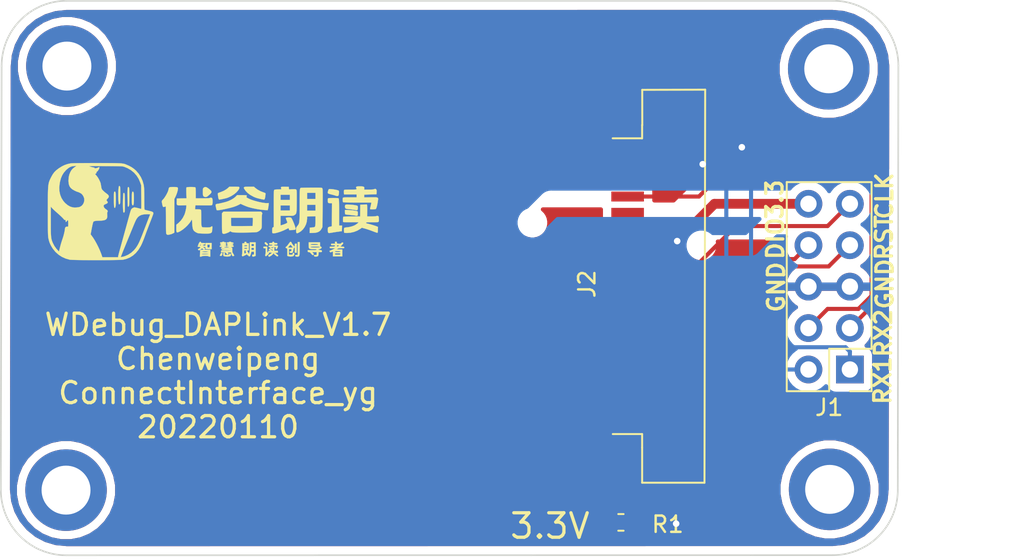
<source format=kicad_pcb>
(kicad_pcb (version 20171130) (host pcbnew "(5.1.4)-1")

  (general
    (thickness 1.6)
    (drawings 18)
    (tracks 67)
    (zones 0)
    (modules 8)
    (nets 18)
  )

  (page A4)
  (layers
    (0 F.Cu signal)
    (31 B.Cu signal)
    (32 B.Adhes user)
    (33 F.Adhes user)
    (34 B.Paste user)
    (35 F.Paste user)
    (36 B.SilkS user)
    (37 F.SilkS user)
    (38 B.Mask user)
    (39 F.Mask user)
    (40 Dwgs.User user)
    (41 Cmts.User user)
    (42 Eco1.User user)
    (43 Eco2.User user)
    (44 Edge.Cuts user)
    (45 Margin user)
    (46 B.CrtYd user)
    (47 F.CrtYd user)
    (48 B.Fab user)
    (49 F.Fab user)
  )

  (setup
    (last_trace_width 0.25)
    (trace_clearance 0.2)
    (zone_clearance 0.508)
    (zone_45_only no)
    (trace_min 0.2)
    (via_size 0.8)
    (via_drill 0.4)
    (via_min_size 0.4)
    (via_min_drill 0.3)
    (uvia_size 0.3)
    (uvia_drill 0.1)
    (uvias_allowed no)
    (uvia_min_size 0.2)
    (uvia_min_drill 0.1)
    (edge_width 0.05)
    (segment_width 0.2)
    (pcb_text_width 0.3)
    (pcb_text_size 1.5 1.5)
    (mod_edge_width 0.12)
    (mod_text_size 1 1)
    (mod_text_width 0.15)
    (pad_size 1.524 1.524)
    (pad_drill 0.762)
    (pad_to_mask_clearance 0.051)
    (solder_mask_min_width 0.25)
    (aux_axis_origin 0 0)
    (visible_elements 7FFFFFFF)
    (pcbplotparams
      (layerselection 0x010fc_ffffffff)
      (usegerberextensions false)
      (usegerberattributes false)
      (usegerberadvancedattributes false)
      (creategerberjobfile false)
      (excludeedgelayer true)
      (linewidth 0.100000)
      (plotframeref false)
      (viasonmask false)
      (mode 1)
      (useauxorigin false)
      (hpglpennumber 1)
      (hpglpenspeed 20)
      (hpglpendiameter 15.000000)
      (psnegative false)
      (psa4output false)
      (plotreference true)
      (plotvalue true)
      (plotinvisibletext false)
      (padsonsilk false)
      (subtractmaskfromsilk false)
      (outputformat 1)
      (mirror false)
      (drillshape 0)
      (scaleselection 1)
      (outputdirectory "connectInterface_V1.0/"))
  )

  (net 0 "")
  (net 1 "Net-(J2-Pad11)")
  (net 2 "Net-(J2-Pad9)")
  (net 3 "Net-(J2-Pad10)")
  (net 4 "Net-(J2-Pad8)")
  (net 5 /RX1)
  (net 6 /TX1)
  (net 7 /RX2)
  (net 8 /TX2)
  (net 9 GND)
  (net 10 /TG_RST)
  (net 11 /T_SWDIO)
  (net 12 /T_SWCLK)
  (net 13 "Net-(J2-Pad14)")
  (net 14 "Net-(J2-Pad12)")
  (net 15 "Net-(J2-Pad13)")
  (net 16 "Net-(J1-Pad10)")
  (net 17 "Net-(J2-Pad3)")

  (net_class Default 这是默认网络类。
    (clearance 0.2)
    (trace_width 0.25)
    (via_dia 0.8)
    (via_drill 0.4)
    (uvia_dia 0.3)
    (uvia_drill 0.1)
    (add_net /RX1)
    (add_net /RX2)
    (add_net /TG_RST)
    (add_net /TX1)
    (add_net /TX2)
    (add_net /T_SWCLK)
    (add_net /T_SWDIO)
    (add_net GND)
    (add_net "Net-(J2-Pad11)")
    (add_net "Net-(J2-Pad12)")
    (add_net "Net-(J2-Pad13)")
    (add_net "Net-(J2-Pad14)")
    (add_net "Net-(J2-Pad8)")
    (add_net "Net-(J2-Pad9)")
  )

  (net_class 5V ""
    (clearance 0.2)
    (trace_width 0.6)
    (via_dia 0.8)
    (via_drill 0.4)
    (uvia_dia 0.3)
    (uvia_drill 0.1)
    (add_net "Net-(J1-Pad10)")
    (add_net "Net-(J2-Pad10)")
    (add_net "Net-(J2-Pad3)")
  )

  (module WDebug_DAPLink:1x18_P1.0mm (layer F.Cu) (tedit 5E0AEC54) (tstamp 61614618)
    (at 173.228 69.54266 90)
    (path /6160ED63)
    (fp_text reference J2 (at 0.01778 -8.763 90) (layer F.SilkS)
      (effects (font (size 1 1) (thickness 0.15)))
    )
    (fp_text value Conn_01x20_Female-Connector (at 0.06096 0.57912 90) (layer F.Fab)
      (effects (font (size 1 1) (thickness 0.15)))
    )
    (fp_line (start 11.93038 -1.51384) (end -12.17422 -1.55702) (layer F.SilkS) (width 0.12))
    (fp_line (start 9.75106 -5.3721) (end 11.92022 -5.37464) (layer F.SilkS) (width 0.12))
    (fp_line (start 8.94842 -5.39496) (end 8.94842 -7.18566) (layer F.SilkS) (width 0.12))
    (fp_line (start 11.92022 -5.37464) (end 11.93038 -1.51384) (layer F.SilkS) (width 0.12))
    (fp_line (start -12.16914 -5.37972) (end -12.16914 -1.56972) (layer F.SilkS) (width 0.12))
    (fp_line (start -10.01776 -5.37972) (end -12.16914 -5.37972) (layer F.SilkS) (width 0.12))
    (fp_line (start 13.33808 -7.7704) (end -13.58192 -7.7704) (layer F.CrtYd) (width 0.05))
    (fp_line (start 11.81308 -5.2704) (end 11.81862 -1.55956) (layer F.Fab) (width 0.1))
    (fp_line (start -9.18692 -5.3804) (end -9.18692 -7.1804) (layer F.SilkS) (width 0.12))
    (fp_line (start -13.57176 -7.78818) (end -13.57884 -0.96774) (layer F.CrtYd) (width 0.05))
    (fp_line (start 8.94308 -5.3804) (end 9.76808 -5.3804) (layer F.SilkS) (width 0.12))
    (fp_line (start -12.05692 -5.2704) (end 11.81308 -5.2704) (layer F.Fab) (width 0.1))
    (fp_line (start -9.12192 -5.2704) (end -8.62192 -4.2704) (layer F.Fab) (width 0.1))
    (fp_line (start 13.35024 -0.96266) (end 13.33808 -7.7704) (layer F.CrtYd) (width 0.05))
    (fp_line (start -13.589 -0.94996) (end 13.331 -0.94996) (layer F.CrtYd) (width 0.05))
    (fp_line (start -10.01192 -5.3804) (end -9.18692 -5.3804) (layer F.SilkS) (width 0.12))
    (fp_line (start -8.62192 -4.2704) (end -8.12192 -5.2704) (layer F.Fab) (width 0.1))
    (fp_line (start -12.04976 -1.53924) (end -12.05692 -5.2704) (layer F.Fab) (width 0.1))
    (fp_text user %R (at -0.12192 -2.5704 90) (layer F.Fab)
      (effects (font (size 1 1) (thickness 0.15)))
    )
    (pad 14 smd rect (at 4.37808 -6.2704 90) (size 0.61 2) (layers F.Cu F.Paste F.Mask)
      (net 13 "Net-(J2-Pad14)"))
    (pad 2 smd rect (at -7.62192 -6.2704 90) (size 0.61 2) (layers F.Cu F.Paste F.Mask)
      (net 9 GND))
    (pad 12 smd rect (at 2.37808 -6.2704 90) (size 0.61 2) (layers F.Cu F.Paste F.Mask)
      (net 14 "Net-(J2-Pad12)"))
    (pad 4 smd rect (at -5.62192 -6.2704 90) (size 0.61 2) (layers F.Cu F.Paste F.Mask)
      (net 17 "Net-(J2-Pad3)"))
    (pad 16 smd rect (at 6.37808 -6.2704 90) (size 0.61 2) (layers F.Cu F.Paste F.Mask)
      (net 7 /RX2))
    (pad 5 smd rect (at -4.62192 -6.2704 90) (size 0.61 2) (layers F.Cu F.Paste F.Mask)
      (net 10 /TG_RST))
    (pad 19 smd rect (at -10.66546 -3.41122 90) (size 2.68 3.6) (layers F.Cu F.Paste F.Mask)
      (net 9 GND))
    (pad 11 smd rect (at 1.37808 -6.2704 90) (size 0.61 2) (layers F.Cu F.Paste F.Mask)
      (net 1 "Net-(J2-Pad11)"))
    (pad 7 smd rect (at -2.62192 -6.2704 90) (size 0.61 2) (layers F.Cu F.Paste F.Mask)
      (net 12 /T_SWCLK))
    (pad 15 smd rect (at 5.37808 -6.2704 90) (size 0.61 2) (layers F.Cu F.Paste F.Mask)
      (net 8 /TX2))
    (pad 20 smd rect (at 10.39114 -3.40868 90) (size 2.68 3.6) (layers F.Cu F.Paste F.Mask)
      (net 9 GND))
    (pad 9 smd rect (at -0.62192 -6.2704 90) (size 0.61 2) (layers F.Cu F.Paste F.Mask)
      (net 2 "Net-(J2-Pad9)"))
    (pad 3 smd rect (at -6.62192 -6.2704 90) (size 0.61 2) (layers F.Cu F.Paste F.Mask)
      (net 17 "Net-(J2-Pad3)"))
    (pad 10 smd rect (at 0.37808 -6.2704 90) (size 0.61 2) (layers F.Cu F.Paste F.Mask)
      (net 3 "Net-(J2-Pad10)"))
    (pad 13 smd rect (at 3.37808 -6.2704 90) (size 0.61 2) (layers F.Cu F.Paste F.Mask)
      (net 15 "Net-(J2-Pad13)"))
    (pad 8 smd rect (at -1.62192 -6.2704 90) (size 0.61 2) (layers F.Cu F.Paste F.Mask)
      (net 4 "Net-(J2-Pad8)"))
    (pad 17 smd rect (at 7.37808 -6.2704 90) (size 0.61 2) (layers F.Cu F.Paste F.Mask)
      (net 6 /TX1))
    (pad 6 smd rect (at -3.62192 -6.2704 90) (size 0.61 2) (layers F.Cu F.Paste F.Mask)
      (net 11 /T_SWDIO))
    (pad 1 smd rect (at -8.62192 -6.2704 90) (size 0.61 2) (layers F.Cu F.Paste F.Mask)
      (net 9 GND))
    (pad 18 smd rect (at 8.37808 -6.2704 90) (size 0.61 2) (layers F.Cu F.Paste F.Mask)
      (net 5 /RX1))
  )

  (module yougu-log:ygLog_negative (layer F.Cu) (tedit 0) (tstamp 6161B65D)
    (at 141.8463 64.93002)
    (fp_text reference G*** (at 0 0) (layer F.SilkS) hide
      (effects (font (size 1.524 1.524) (thickness 0.3)))
    )
    (fp_text value LOGO (at 0.75 0) (layer F.SilkS) hide
      (effects (font (size 1.524 1.524) (thickness 0.3)))
    )
    (fp_poly (pts (xy -6.027697 -1.401076) (xy -6.007636 -1.349375) (xy -6.002123 -1.305262) (xy -5.997772 -1.229063)
      (xy -5.994582 -1.128362) (xy -5.992555 -1.010742) (xy -5.991692 -0.883787) (xy -5.991994 -0.755082)
      (xy -5.993461 -0.63221) (xy -5.996095 -0.522756) (xy -5.999896 -0.434304) (xy -6.004865 -0.374437)
      (xy -6.007523 -0.358671) (xy -6.027613 -0.305446) (xy -6.052854 -0.281573) (xy -6.077817 -0.291527)
      (xy -6.081909 -0.297333) (xy -6.092595 -0.334714) (xy -6.101478 -0.404862) (xy -6.108474 -0.500893)
      (xy -6.1135 -0.615923) (xy -6.116472 -0.743067) (xy -6.117307 -0.875442) (xy -6.115921 -1.006165)
      (xy -6.112231 -1.128351) (xy -6.106153 -1.235117) (xy -6.097603 -1.319578) (xy -6.094558 -1.339453)
      (xy -6.076759 -1.396999) (xy -6.05272 -1.41774) (xy -6.027697 -1.401076)) (layer F.SilkS) (width 0.01))
    (fp_poly (pts (xy -5.22346 -1.067706) (xy -5.200947 -1.052503) (xy -5.18412 -1.014251) (xy -5.172424 -0.949236)
      (xy -5.165308 -0.85374) (xy -5.162216 -0.724047) (xy -5.161989 -0.654844) (xy -5.164211 -0.496283)
      (xy -5.170682 -0.375518) (xy -5.181819 -0.290845) (xy -5.198038 -0.240558) (xy -5.219754 -0.222951)
      (xy -5.247383 -0.23632) (xy -5.260576 -0.250431) (xy -5.271389 -0.272959) (xy -5.279193 -0.31395)
      (xy -5.284366 -0.378495) (xy -5.287289 -0.471681) (xy -5.288339 -0.5986) (xy -5.288359 -0.623162)
      (xy -5.287428 -0.772728) (xy -5.28424 -0.886704) (xy -5.278201 -0.969155) (xy -5.268719 -1.024143)
      (xy -5.255199 -1.055733) (xy -5.23705 -1.067988) (xy -5.22346 -1.067706)) (layer F.SilkS) (width 0.01))
    (fp_poly (pts (xy -5.478285 -1.342722) (xy -5.465021 -1.317434) (xy -5.455498 -1.265511) (xy -5.45012 -1.21543)
      (xy -5.445439 -1.141775) (xy -5.442102 -1.040027) (xy -5.440078 -0.918631) (xy -5.439333 -0.786033)
      (xy -5.439836 -0.650679) (xy -5.441553 -0.521017) (xy -5.444454 -0.405491) (xy -5.448505 -0.312549)
      (xy -5.453675 -0.250637) (xy -5.453808 -0.249633) (xy -5.468876 -0.182004) (xy -5.4901 -0.146541)
      (xy -5.514925 -0.146173) (xy -5.529627 -0.162663) (xy -5.534815 -0.189714) (xy -5.53961 -0.249993)
      (xy -5.543911 -0.337042) (xy -5.547619 -0.444402) (xy -5.550633 -0.565617) (xy -5.552853 -0.694227)
      (xy -5.55418 -0.823774) (xy -5.554512 -0.947801) (xy -5.553751 -1.059848) (xy -5.551796 -1.153458)
      (xy -5.548546 -1.222173) (xy -5.546403 -1.245195) (xy -5.535603 -1.30856) (xy -5.520836 -1.340525)
      (xy -5.498264 -1.349375) (xy -5.49816 -1.349375) (xy -5.478285 -1.342722)) (layer F.SilkS) (width 0.01))
    (fp_poly (pts (xy -6.310186 -1.063721) (xy -6.296484 -1.034869) (xy -6.286464 -0.977016) (xy -6.283373 -0.949589)
      (xy -6.276965 -0.859407) (xy -6.272882 -0.741872) (xy -6.271127 -0.609186) (xy -6.271702 -0.473549)
      (xy -6.274609 -0.347165) (xy -6.279849 -0.242233) (xy -6.28326 -0.20243) (xy -6.296529 -0.125754)
      (xy -6.315621 -0.079811) (xy -6.338058 -0.067205) (xy -6.36136 -0.09054) (xy -6.370479 -0.110811)
      (xy -6.375964 -0.144927) (xy -6.380587 -0.211285) (xy -6.384292 -0.302449) (xy -6.387026 -0.410983)
      (xy -6.388734 -0.52945) (xy -6.389361 -0.650413) (xy -6.388853 -0.766436) (xy -6.387156 -0.870082)
      (xy -6.384215 -0.953914) (xy -6.379977 -1.010497) (xy -6.37718 -1.026914) (xy -6.354783 -1.061833)
      (xy -6.330668 -1.071562) (xy -6.310186 -1.063721)) (layer F.SilkS) (width 0.01))
    (fp_poly (pts (xy -5.749726 -0.975356) (xy -5.741235 -0.954809) (xy -5.734285 -0.909708) (xy -5.728692 -0.836932)
      (xy -5.724271 -0.733361) (xy -5.720836 -0.595873) (xy -5.718559 -0.450489) (xy -5.716681 -0.267185)
      (xy -5.716407 -0.119831) (xy -5.718044 -0.004713) (xy -5.7219 0.081885) (xy -5.728283 0.14368)
      (xy -5.737501 0.184386) (xy -5.749862 0.207718) (xy -5.765673 0.217393) (xy -5.773966 0.218281)
      (xy -5.792344 0.213365) (xy -5.805001 0.193644) (xy -5.814169 0.151656) (xy -5.822083 0.079941)
      (xy -5.824801 0.048465) (xy -5.82992 -0.03863) (xy -5.832936 -0.146163) (xy -5.834016 -0.267706)
      (xy -5.833324 -0.396832) (xy -5.831028 -0.527114) (xy -5.827292 -0.652124) (xy -5.822284 -0.765435)
      (xy -5.816168 -0.86062) (xy -5.809111 -0.931251) (xy -5.801279 -0.970902) (xy -5.798351 -0.976305)
      (xy -5.771509 -0.989726) (xy -5.749726 -0.975356)) (layer F.SilkS) (width 0.01))
    (fp_poly (pts (xy 6.893229 -1.22376) (xy 6.977623 -1.216773) (xy 7.073378 -1.204491) (xy 7.171432 -1.1883)
      (xy 7.262723 -1.16958) (xy 7.338189 -1.149716) (xy 7.388767 -1.13009) (xy 7.39797 -1.124275)
      (xy 7.409447 -1.095167) (xy 7.413521 -1.040024) (xy 7.411066 -0.971629) (xy 7.402958 -0.90276)
      (xy 7.390072 -0.8462) (xy 7.377035 -0.818555) (xy 7.340718 -0.799549) (xy 7.286285 -0.795337)
      (xy 7.232787 -0.806798) (xy 7.223125 -0.811459) (xy 7.1911 -0.823742) (xy 7.131432 -0.842231)
      (xy 7.055012 -0.863624) (xy 7.024688 -0.871611) (xy 6.911958 -0.901013) (xy 6.832028 -0.92317)
      (xy 6.77926 -0.940715) (xy 6.748014 -0.95628) (xy 6.732652 -0.972498) (xy 6.727537 -0.992004)
      (xy 6.727032 -1.010609) (xy 6.734131 -1.071352) (xy 6.751973 -1.1368) (xy 6.775371 -1.191207)
      (xy 6.794774 -1.216323) (xy 6.829259 -1.224071) (xy 6.893229 -1.22376)) (layer F.SilkS) (width 0.01))
    (fp_poly (pts (xy -0.71562 -1.336052) (xy -0.643447 -1.295833) (xy -0.552111 -1.228017) (xy -0.535781 -1.214883)
      (xy -0.460343 -1.148925) (xy -0.416048 -1.09396) (xy -0.403291 -1.043407) (xy -0.422468 -0.990687)
      (xy -0.473976 -0.929219) (xy -0.557568 -0.852976) (xy -0.628243 -0.794361) (xy -0.679833 -0.758463)
      (xy -0.721538 -0.740163) (xy -0.76256 -0.734338) (xy -0.770956 -0.734219) (xy -0.843313 -0.746902)
      (xy -0.889509 -0.780146) (xy -0.90859 -0.804075) (xy -0.921076 -0.832882) (xy -0.928335 -0.875018)
      (xy -0.931737 -0.938932) (xy -0.932649 -1.033074) (xy -0.932656 -1.046597) (xy -0.932248 -1.143046)
      (xy -0.929931 -1.20802) (xy -0.924064 -1.249728) (xy -0.913007 -1.276381) (xy -0.895118 -1.29619)
      (xy -0.880371 -1.308247) (xy -0.827762 -1.340547) (xy -0.774952 -1.350386) (xy -0.71562 -1.336052)) (layer F.SilkS) (width 0.01))
    (fp_poly (pts (xy 2.273466 -1.298891) (xy 2.425124 -1.185049) (xy 2.605313 -1.089216) (xy 2.728516 -1.040702)
      (xy 2.80331 -1.013848) (xy 2.863773 -0.990198) (xy 2.899896 -0.973736) (xy 2.904782 -0.970548)
      (xy 2.910017 -0.944901) (xy 2.908276 -0.891579) (xy 2.901128 -0.821663) (xy 2.890138 -0.746236)
      (xy 2.876873 -0.676379) (xy 2.862899 -0.623175) (xy 2.852443 -0.600273) (xy 2.831731 -0.583599)
      (xy 2.799023 -0.578731) (xy 2.744659 -0.585475) (xy 2.688828 -0.596936) (xy 2.54989 -0.628502)
      (xy 2.440619 -0.656026) (xy 2.351608 -0.682406) (xy 2.273448 -0.710543) (xy 2.196733 -0.743339)
      (xy 2.162969 -0.759062) (xy 1.975495 -0.862543) (xy 1.816548 -0.980676) (xy 1.68979 -1.110312)
      (xy 1.60255 -1.241189) (xy 1.581452 -1.286692) (xy 1.580463 -1.313855) (xy 1.599007 -1.338203)
      (xy 1.618781 -1.350921) (xy 1.652557 -1.359762) (xy 1.706609 -1.365343) (xy 1.787211 -1.368287)
      (xy 1.900636 -1.369213) (xy 1.912735 -1.369219) (xy 2.195447 -1.369219) (xy 2.273466 -1.298891)) (layer F.SilkS) (width 0.01))
    (fp_poly (pts (xy 1.073257 -1.368386) (xy 1.163577 -1.366103) (xy 1.233007 -1.36269) (xy 1.273314 -1.358471)
      (xy 1.278299 -1.357174) (xy 1.305926 -1.328668) (xy 1.30252 -1.277304) (xy 1.268437 -1.20451)
      (xy 1.223255 -1.137112) (xy 1.113303 -1.014183) (xy 0.971926 -0.898238) (xy 0.807384 -0.795705)
      (xy 0.741433 -0.762043) (xy 0.660541 -0.72408) (xy 0.592818 -0.695547) (xy 0.526975 -0.672829)
      (xy 0.451724 -0.652307) (xy 0.355778 -0.630366) (xy 0.280589 -0.614389) (xy 0.18782 -0.595012)
      (xy 0.126357 -0.583124) (xy 0.088608 -0.578342) (xy 0.066978 -0.580283) (xy 0.053876 -0.588563)
      (xy 0.042081 -0.602351) (xy 0.028432 -0.634602) (xy 0.014632 -0.692382) (xy 0.002175 -0.764495)
      (xy -0.007447 -0.839745) (xy -0.012739 -0.906938) (xy -0.012209 -0.954878) (xy -0.007146 -0.971415)
      (xy 0.018485 -0.984579) (xy 0.071819 -1.00622) (xy 0.142877 -1.032369) (xy 0.168672 -1.041365)
      (xy 0.356813 -1.119443) (xy 0.515334 -1.215235) (xy 0.609752 -1.292361) (xy 0.693645 -1.369219)
      (xy 0.970278 -1.369219) (xy 1.073257 -1.368386)) (layer F.SilkS) (width 0.01))
    (fp_poly (pts (xy 8.813277 -1.386629) (xy 8.889862 -1.377554) (xy 8.937543 -1.359174) (xy 8.961612 -1.328827)
      (xy 8.96736 -1.28385) (xy 8.965234 -1.256865) (xy 8.957501 -1.190625) (xy 9.242236 -1.190625)
      (xy 9.372613 -1.192034) (xy 9.468448 -1.196538) (xy 9.534796 -1.204558) (xy 9.576711 -1.216512)
      (xy 9.581281 -1.21871) (xy 9.624176 -1.235855) (xy 9.656714 -1.229041) (xy 9.680515 -1.212909)
      (xy 9.704291 -1.190739) (xy 9.717056 -1.162307) (xy 9.721308 -1.116587) (xy 9.719546 -1.04255)
      (xy 9.719477 -1.040957) (xy 9.713516 -0.902891) (xy 9.336485 -0.892969) (xy 8.959453 -0.883047)
      (xy 8.959453 -0.710315) (xy 9.346407 -0.717158) (xy 9.497418 -0.719512) (xy 9.613101 -0.719331)
      (xy 9.697809 -0.714774) (xy 9.755893 -0.703999) (xy 9.791708 -0.685167) (xy 9.809606 -0.656436)
      (xy 9.81394 -0.615966) (xy 9.809063 -0.561916) (xy 9.803749 -0.523757) (xy 9.774808 -0.342176)
      (xy 9.745145 -0.196329) (xy 9.715055 -0.08743) (xy 9.684835 -0.016694) (xy 9.677182 -0.004961)
      (xy 9.651143 0.005286) (xy 9.597213 0.013364) (xy 9.527155 0.018816) (xy 9.452726 0.021187)
      (xy 9.385688 0.020022) (xy 9.337802 0.014865) (xy 9.322127 0.008793) (xy 9.320694 -0.014898)
      (xy 9.328573 -0.064455) (xy 9.339214 -0.110008) (xy 9.359119 -0.191202) (xy 9.377486 -0.274135)
      (xy 9.384083 -0.307317) (xy 9.400814 -0.396875) (xy 8.544141 -0.396875) (xy 8.321812 -0.397173)
      (xy 8.136626 -0.398114) (xy 7.986044 -0.399765) (xy 7.867525 -0.402196) (xy 7.77853 -0.405476)
      (xy 7.716519 -0.409672) (xy 7.678952 -0.414855) (xy 7.663657 -0.420687) (xy 7.650704 -0.453122)
      (xy 7.642532 -0.510461) (xy 7.639795 -0.578138) (xy 7.643146 -0.641587) (xy 7.651889 -0.682986)
      (xy 7.660356 -0.693603) (xy 7.679811 -0.701565) (xy 7.715226 -0.707239) (xy 7.771572 -0.710989)
      (xy 7.85382 -0.713183) (xy 7.966943 -0.714185) (xy 8.07853 -0.714375) (xy 8.493125 -0.714375)
      (xy 8.493125 -0.892969) (xy 7.722744 -0.892969) (xy 7.716021 -1.013576) (xy 7.714906 -1.082645)
      (xy 7.718913 -1.137884) (xy 7.725166 -1.162405) (xy 7.737857 -1.172582) (xy 7.766133 -1.180097)
      (xy 7.814918 -1.185304) (xy 7.889131 -1.188557) (xy 7.993694 -1.190211) (xy 8.11708 -1.190625)
      (xy 8.254576 -1.190957) (xy 8.356631 -1.192738) (xy 8.427488 -1.197148) (xy 8.471393 -1.205365)
      (xy 8.49259 -1.218567) (xy 8.495324 -1.237935) (xy 8.483839 -1.264646) (xy 8.469514 -1.288502)
      (xy 8.456216 -1.32651) (xy 8.471944 -1.357686) (xy 8.492699 -1.372595) (xy 8.530057 -1.382129)
      (xy 8.59129 -1.387278) (xy 8.683669 -1.389031) (xy 8.702497 -1.389062) (xy 8.813277 -1.386629)) (layer F.SilkS) (width 0.01))
    (fp_poly (pts (xy 8.052088 -0.270841) (xy 8.06811 -0.269896) (xy 8.219053 -0.258513) (xy 8.347517 -0.244053)
      (xy 8.448924 -0.22724) (xy 8.518694 -0.208797) (xy 8.547696 -0.194174) (xy 8.566176 -0.160475)
      (xy 8.573594 -0.107207) (xy 8.571349 -0.0456) (xy 8.560843 0.013115) (xy 8.543474 0.057707)
      (xy 8.520645 0.076945) (xy 8.513961 0.076402) (xy 8.488333 0.07209) (xy 8.443516 0.066115)
      (xy 8.397203 0.059654) (xy 8.324568 0.048672) (xy 8.238446 0.035125) (xy 8.202933 0.029401)
      (xy 8.112096 0.016034) (xy 8.026628 0.005845) (xy 7.960776 0.000454) (xy 7.944419 0)
      (xy 7.860328 -0.011187) (xy 7.806939 -0.046286) (xy 7.78166 -0.107604) (xy 7.77875 -0.147524)
      (xy 7.781433 -0.201698) (xy 7.79341 -0.239102) (xy 7.820571 -0.262226) (xy 7.868811 -0.273563)
      (xy 7.944019 -0.275604) (xy 8.052088 -0.270841)) (layer F.SilkS) (width 0.01))
    (fp_poly (pts (xy 1.559301 -0.85209) (xy 1.647445 -0.848814) (xy 1.713562 -0.843901) (xy 1.750304 -0.837797)
      (xy 1.755143 -0.835103) (xy 1.757049 -0.804821) (xy 1.746895 -0.765681) (xy 1.738815 -0.737108)
      (xy 1.745272 -0.715543) (xy 1.772883 -0.693517) (xy 1.828266 -0.663561) (xy 1.844799 -0.655182)
      (xy 1.930067 -0.61397) (xy 2.011813 -0.579203) (xy 2.100796 -0.54696) (xy 2.207771 -0.513316)
      (xy 2.331641 -0.477669) (xy 2.486611 -0.437581) (xy 2.638741 -0.404393) (xy 2.779687 -0.379545)
      (xy 2.901104 -0.364478) (xy 2.994648 -0.360634) (xy 3.006328 -0.361148) (xy 3.105547 -0.367109)
      (xy 3.099162 -0.256206) (xy 3.090374 -0.167451) (xy 3.075642 -0.072784) (xy 3.068534 -0.037925)
      (xy 3.044289 0.069453) (xy 2.886403 0.064026) (xy 2.742631 0.053583) (xy 2.573109 0.032417)
      (xy 2.389629 0.002683) (xy 2.203982 -0.033465) (xy 2.027957 -0.073873) (xy 1.873347 -0.116388)
      (xy 1.838353 -0.127442) (xy 1.74399 -0.161043) (xy 1.636667 -0.20343) (xy 1.538939 -0.245676)
      (xy 1.53514 -0.247426) (xy 1.380228 -0.318999) (xy 1.290388 -0.270478) (xy 1.13296 -0.1955)
      (xy 0.953993 -0.12999) (xy 0.745172 -0.070972) (xy 0.70621 -0.061395) (xy 0.510433 -0.01587)
      (xy 0.337704 0.020877) (xy 0.190654 0.048433) (xy 0.071909 0.066385) (xy -0.015901 0.07432)
      (xy -0.070147 0.071823) (xy -0.086968 0.063298) (xy -0.096641 0.035376) (xy -0.111113 -0.020561)
      (xy -0.127602 -0.093568) (xy -0.131255 -0.110979) (xy -0.146622 -0.188431) (xy -0.15319 -0.236502)
      (xy -0.150756 -0.264555) (xy -0.139121 -0.281952) (xy -0.127391 -0.291353) (xy -0.078634 -0.312487)
      (xy -0.043554 -0.3175) (xy -0.003185 -0.322355) (xy 0.066335 -0.335505) (xy 0.155858 -0.354826)
      (xy 0.25624 -0.378194) (xy 0.358333 -0.403485) (xy 0.452992 -0.428576) (xy 0.52586 -0.449722)
      (xy 0.665165 -0.501142) (xy 0.803613 -0.567187) (xy 0.92997 -0.641636) (xy 1.033003 -0.718268)
      (xy 1.065735 -0.748709) (xy 1.169049 -0.853281) (xy 1.456478 -0.853281) (xy 1.559301 -0.85209)) (layer F.SilkS) (width 0.01))
    (fp_poly (pts (xy 7.922617 0.059691) (xy 8.0079 0.062451) (xy 8.108026 0.069819) (xy 8.214568 0.08068)
      (xy 8.319098 0.093916) (xy 8.41319 0.108412) (xy 8.488416 0.123052) (xy 8.536348 0.13672)
      (xy 8.546919 0.142379) (xy 8.563763 0.174953) (xy 8.569551 0.238419) (xy 8.568404 0.285921)
      (xy 8.564234 0.352567) (xy 8.55652 0.38929) (xy 8.540188 0.405825) (xy 8.510166 0.411905)
      (xy 8.502334 0.412698) (xy 8.456224 0.413458) (xy 8.430533 0.407043) (xy 8.407735 0.401239)
      (xy 8.352525 0.392873) (xy 8.272022 0.382866) (xy 8.173349 0.372137) (xy 8.117049 0.366561)
      (xy 8.011068 0.355814) (xy 7.918903 0.345348) (xy 7.847879 0.336081) (xy 7.805322 0.328933)
      (xy 7.796936 0.326397) (xy 7.787557 0.302167) (xy 7.78099 0.249993) (xy 7.77875 0.187345)
      (xy 7.77875 0.059531) (xy 7.922617 0.059691)) (layer F.SilkS) (width 0.01))
    (fp_poly (pts (xy 9.13818 -0.214003) (xy 9.142061 -0.171369) (xy 9.144584 -0.097958) (xy 9.145604 -0.002663)
      (xy 9.144977 0.105623) (xy 9.144168 0.153819) (xy 9.138047 0.456466) (xy 9.401246 0.456436)
      (xy 9.532099 0.454382) (xy 9.628255 0.448356) (xy 9.687774 0.438513) (xy 9.702898 0.432392)
      (xy 9.7535 0.418554) (xy 9.796886 0.427848) (xy 9.824616 0.439575) (xy 9.841557 0.456896)
      (xy 9.850881 0.488974) (xy 9.855759 0.544968) (xy 9.8583 0.605247) (xy 9.859966 0.687421)
      (xy 9.856497 0.739342) (xy 9.846399 0.770278) (xy 9.828669 0.78914) (xy 9.803353 0.79916)
      (xy 9.756114 0.806251) (xy 9.682542 0.810678) (xy 9.578227 0.812703) (xy 9.438759 0.812589)
      (xy 9.435838 0.812568) (xy 9.30687 0.81205) (xy 9.212321 0.812869) (xy 9.146932 0.815434)
      (xy 9.105445 0.820155) (xy 9.082602 0.82744) (xy 9.073145 0.837699) (xy 9.072236 0.84087)
      (xy 9.084387 0.868925) (xy 9.121846 0.883499) (xy 9.192597 0.900434) (xy 9.28629 0.925609)
      (xy 9.392103 0.95581) (xy 9.499217 0.987829) (xy 9.59681 1.018454) (xy 9.674062 1.044474)
      (xy 9.709063 1.057737) (xy 9.804224 1.097284) (xy 9.798558 1.2779) (xy 9.795208 1.363254)
      (xy 9.790429 1.416282) (xy 9.782342 1.444343) (xy 9.769065 1.454793) (xy 9.753203 1.455401)
      (xy 9.720546 1.447216) (xy 9.659309 1.427025) (xy 9.577709 1.3977) (xy 9.48396 1.362109)
      (xy 9.465469 1.354882) (xy 9.349382 1.311304) (xy 9.223278 1.26723) (xy 9.103384 1.228169)
      (xy 9.016481 1.202475) (xy 8.815541 1.147472) (xy 8.716794 1.218414) (xy 8.536611 1.324986)
      (xy 8.334506 1.404039) (xy 8.119655 1.452712) (xy 7.916003 1.468203) (xy 7.837318 1.466862)
      (xy 7.774499 1.463082) (xy 7.737572 1.457574) (xy 7.732448 1.455208) (xy 7.725995 1.430193)
      (xy 7.721285 1.376548) (xy 7.719241 1.305323) (xy 7.719219 1.296836) (xy 7.719254 1.228431)
      (xy 7.723957 1.183361) (xy 7.74022 1.155899) (xy 7.774939 1.140318) (xy 7.835006 1.130891)
      (xy 7.927317 1.121889) (xy 7.930137 1.121616) (xy 8.063616 1.100656) (xy 8.201327 1.065365)
      (xy 8.32642 1.020545) (xy 8.388789 0.990873) (xy 8.44911 0.954581) (xy 8.51071 0.911761)
      (xy 8.564448 0.869522) (xy 8.601181 0.834974) (xy 8.612208 0.81711) (xy 8.593346 0.813372)
      (xy 8.540637 0.810605) (xy 8.459908 0.808915) (xy 8.35699 0.808406) (xy 8.237713 0.809185)
      (xy 8.20045 0.809673) (xy 8.072336 0.810933) (xy 7.95403 0.810963) (xy 7.852643 0.809851)
      (xy 7.775286 0.807684) (xy 7.729071 0.80455) (xy 7.72418 0.803813) (xy 7.659688 0.791952)
      (xy 7.659688 0.636224) (xy 7.661362 0.553796) (xy 7.667353 0.503197) (xy 7.679111 0.476671)
      (xy 7.691076 0.468451) (xy 7.718953 0.46513) (xy 7.780732 0.462159) (xy 7.870628 0.459672)
      (xy 7.982856 0.4578) (xy 8.111633 0.456677) (xy 8.216488 0.456406) (xy 8.710511 0.456406)
      (xy 8.71592 0.094258) (xy 8.721328 -0.267891) (xy 8.9237 -0.273534) (xy 9.126071 -0.279178)
      (xy 9.13818 -0.214003)) (layer F.SilkS) (width 0.01))
    (fp_poly (pts (xy 7.184708 -0.674353) (xy 7.270044 -0.672883) (xy 7.32792 -0.669578) (xy 7.36445 -0.663738)
      (xy 7.385748 -0.654662) (xy 7.397925 -0.641651) (xy 7.401021 -0.636305) (xy 7.406711 -0.60527)
      (xy 7.411531 -0.535928) (xy 7.415447 -0.429646) (xy 7.418428 -0.287797) (xy 7.420438 -0.111749)
      (xy 7.421445 0.097126) (xy 7.421563 0.207055) (xy 7.421563 1.012031) (xy 7.601702 1.012031)
      (xy 7.595968 1.185306) (xy 7.590235 1.358581) (xy 7.411641 1.382309) (xy 7.30927 1.396544)
      (xy 7.201134 1.412585) (xy 7.107919 1.427349) (xy 7.094141 1.429664) (xy 7.008773 1.44418)
      (xy 6.925305 1.458369) (xy 6.869398 1.467867) (xy 6.8047 1.473572) (xy 6.765139 1.462254)
      (xy 6.755296 1.45418) (xy 6.740497 1.419431) (xy 6.73093 1.35871) (xy 6.726965 1.285438)
      (xy 6.728974 1.21303) (xy 6.737327 1.154906) (xy 6.746364 1.131094) (xy 6.775394 1.110726)
      (xy 6.829488 1.090803) (xy 6.870084 1.081062) (xy 6.975078 1.060796) (xy 6.98029 0.351804)
      (xy 6.985502 -0.357187) (xy 6.880079 -0.357187) (xy 6.815941 -0.361432) (xy 6.766884 -0.372295)
      (xy 6.750844 -0.381) (xy 6.737891 -0.413434) (xy 6.729719 -0.470773) (xy 6.726982 -0.538451)
      (xy 6.730333 -0.601899) (xy 6.739076 -0.643299) (xy 6.748735 -0.655307) (xy 6.770835 -0.663872)
      (xy 6.811075 -0.669544) (xy 6.875155 -0.672869) (xy 6.968776 -0.674394) (xy 7.0658 -0.674687)
      (xy 7.184708 -0.674353)) (layer F.SilkS) (width 0.01))
    (fp_poly (pts (xy 6.149605 -1.311014) (xy 6.231237 -1.309347) (xy 6.290281 -1.306447) (xy 6.331011 -1.302098)
      (xy 6.3577 -1.29608) (xy 6.374623 -1.288175) (xy 6.386055 -1.278163) (xy 6.387068 -1.277029)
      (xy 6.393861 -1.266557) (xy 6.39957 -1.249824) (xy 6.404253 -1.223791) (xy 6.407966 -1.18542)
      (xy 6.410766 -1.131674) (xy 6.412709 -1.059513) (xy 6.413851 -0.965899) (xy 6.414249 -0.847795)
      (xy 6.41396 -0.702162) (xy 6.41304 -0.525962) (xy 6.411546 -0.316156) (xy 6.409534 -0.069706)
      (xy 6.409532 -0.069453) (xy 6.39961 1.101328) (xy 6.352101 1.197022) (xy 6.284396 1.301291)
      (xy 6.19635 1.378622) (xy 6.084308 1.430833) (xy 5.944613 1.459743) (xy 5.808456 1.467329)
      (xy 5.614176 1.468438) (xy 5.61994 1.304727) (xy 5.625703 1.141016) (xy 5.774048 1.131094)
      (xy 5.842359 1.125326) (xy 5.892852 1.114876) (xy 5.928226 1.09435) (xy 5.951182 1.058356)
      (xy 5.964419 1.001498) (xy 5.970638 0.918383) (xy 5.972539 0.803617) (xy 5.972711 0.734219)
      (xy 5.973038 0.446484) (xy 5.715035 0.452549) (xy 5.457032 0.458613) (xy 5.457032 0.592814)
      (xy 5.439505 0.768212) (xy 5.389591 0.939473) (xy 5.311285 1.099731) (xy 5.208584 1.242119)
      (xy 5.085484 1.35977) (xy 4.966342 1.435933) (xy 4.900147 1.468411) (xy 4.859052 1.483874)
      (xy 4.833192 1.484082) (xy 4.812699 1.470792) (xy 4.806157 1.464469) (xy 4.793223 1.431166)
      (xy 4.784932 1.366441) (xy 4.782344 1.288036) (xy 4.783387 1.209285) (xy 4.789368 1.15654)
      (xy 4.804567 1.116123) (xy 4.833264 1.074359) (xy 4.859208 1.042399) (xy 4.889744 1.004883)
      (xy 4.915533 0.969919) (xy 4.936978 0.933932) (xy 4.954478 0.893344) (xy 4.968434 0.844578)
      (xy 4.979249 0.784056) (xy 4.987321 0.708201) (xy 4.993052 0.613436) (xy 4.996844 0.496183)
      (xy 4.999096 0.352866) (xy 5.00021 0.179908) (xy 5.000586 -0.02627) (xy 5.000625 -0.219626)
      (xy 5.000649 -0.257969) (xy 5.457032 -0.257969) (xy 5.457032 0.099219) (xy 5.972969 0.099219)
      (xy 5.972969 -0.257969) (xy 5.457032 -0.257969) (xy 5.000649 -0.257969) (xy 5.000772 -0.451425)
      (xy 5.001355 -0.646746) (xy 5.002586 -0.808799) (xy 5.004677 -0.940795) (xy 5.006223 -0.992187)
      (xy 5.457032 -0.992187) (xy 5.457032 -0.615156) (xy 5.972969 -0.615156) (xy 5.972969 -0.992187)
      (xy 5.457032 -0.992187) (xy 5.006223 -0.992187) (xy 5.007841 -1.045942) (xy 5.012289 -1.127451)
      (xy 5.018235 -1.188531) (xy 5.02589 -1.232391) (xy 5.035467 -1.262242) (xy 5.047178 -1.281294)
      (xy 5.061236 -1.292754) (xy 5.071934 -1.297732) (xy 5.097601 -1.300294) (xy 5.157968 -1.302805)
      (xy 5.248046 -1.305166) (xy 5.362847 -1.307277) (xy 5.497382 -1.309039) (xy 5.646665 -1.310352)
      (xy 5.726431 -1.310814) (xy 5.901476 -1.311529) (xy 6.041109 -1.311669) (xy 6.149605 -1.311014)) (layer F.SilkS) (width 0.01))
    (fp_poly (pts (xy 4.137422 -1.365098) (xy 4.33586 -1.359297) (xy 4.342008 -1.274001) (xy 4.34879 -1.220514)
      (xy 4.361642 -1.198479) (xy 4.381696 -1.198683) (xy 4.416074 -1.203751) (xy 4.478707 -1.208629)
      (xy 4.558168 -1.212499) (xy 4.589183 -1.213502) (xy 4.679587 -1.214387) (xy 4.73899 -1.210246)
      (xy 4.775887 -1.199964) (xy 4.795029 -1.186445) (xy 4.803647 -1.174161) (xy 4.810522 -1.153723)
      (xy 4.815813 -1.121123) (xy 4.81968 -1.072354) (xy 4.82228 -1.003408) (xy 4.823775 -0.910276)
      (xy 4.824322 -0.788951) (xy 4.82408 -0.635426) (xy 4.823356 -0.473094) (xy 4.82225 -0.280442)
      (xy 4.820692 -0.123313) (xy 4.817996 0.002458) (xy 4.813476 0.101035) (xy 4.806446 0.176581)
      (xy 4.796219 0.23326) (xy 4.78211 0.275238) (xy 4.763431 0.306677) (xy 4.739497 0.331743)
      (xy 4.709622 0.354599) (xy 4.684079 0.372003) (xy 4.659492 0.387307) (xy 4.63356 0.398656)
      (xy 4.600217 0.40664) (xy 4.553402 0.411848) (xy 4.487049 0.414868) (xy 4.395095 0.41629)
      (xy 4.271476 0.416703) (xy 4.223784 0.416719) (xy 3.829844 0.416719) (xy 3.829844 1.009261)
      (xy 3.889375 0.990802) (xy 3.977229 0.963003) (xy 4.042398 0.940592) (xy 4.100336 0.917987)
      (xy 4.152305 0.89582) (xy 4.206623 0.866749) (xy 4.240498 0.838124) (xy 4.246563 0.824787)
      (xy 4.238897 0.791626) (xy 4.218987 0.735765) (xy 4.196324 0.681283) (xy 4.171398 0.617652)
      (xy 4.157086 0.566381) (xy 4.156014 0.541811) (xy 4.17901 0.52981) (xy 4.229653 0.521149)
      (xy 4.296013 0.516227) (xy 4.366158 0.515441) (xy 4.428158 0.519189) (xy 4.470083 0.52787)
      (xy 4.476432 0.531124) (xy 4.501293 0.561667) (xy 4.535583 0.622577) (xy 4.576128 0.706593)
      (xy 4.619751 0.806449) (xy 4.663279 0.914881) (xy 4.703534 1.024626) (xy 4.736938 1.12707)
      (xy 4.753203 1.19024) (xy 4.753615 1.233238) (xy 4.733004 1.260322) (xy 4.686199 1.275753)
      (xy 4.608027 1.283788) (xy 4.54291 1.28687) (xy 4.364946 1.293818) (xy 4.343501 1.2323)
      (xy 4.328063 1.190497) (xy 4.319148 1.170973) (xy 4.318826 1.170781) (xy 4.300829 1.178879)
      (xy 4.254737 1.200759) (xy 4.188122 1.232805) (xy 4.12997 1.260984) (xy 3.997303 1.321193)
      (xy 3.862301 1.374834) (xy 3.730861 1.420268) (xy 3.608878 1.455858) (xy 3.502248 1.479963)
      (xy 3.416867 1.490944) (xy 3.358631 1.487163) (xy 3.342443 1.479914) (xy 3.326704 1.459057)
      (xy 3.31843 1.420048) (xy 3.31651 1.35471) (xy 3.317951 1.299362) (xy 3.322012 1.219196)
      (xy 3.32861 1.169593) (xy 3.340338 1.141427) (xy 3.359785 1.125573) (xy 3.368477 1.121427)
      (xy 3.413125 1.101839) (xy 3.413125 -0.02212) (xy 3.41319 -0.218281) (xy 3.829844 -0.218281)
      (xy 3.829844 0.089297) (xy 4.405313 0.089297) (xy 4.405313 -0.218281) (xy 3.829844 -0.218281)
      (xy 3.41319 -0.218281) (xy 3.413205 -0.263148) (xy 3.413503 -0.467565) (xy 3.414107 -0.638445)
      (xy 3.415104 -0.778865) (xy 3.416336 -0.873125) (xy 3.829844 -0.873125) (xy 3.829844 -0.555625)
      (xy 4.405313 -0.555625) (xy 4.405313 -0.873125) (xy 3.829844 -0.873125) (xy 3.416336 -0.873125)
      (xy 3.416582 -0.891901) (xy 3.418628 -0.980627) (xy 3.421331 -1.04812) (xy 3.424776 -1.097454)
      (xy 3.429053 -1.131707) (xy 3.434249 -1.153953) (xy 3.440451 -1.167267) (xy 3.445899 -1.173312)
      (xy 3.479555 -1.187527) (xy 3.542316 -1.196339) (xy 3.638541 -1.200245) (xy 3.684207 -1.200547)
      (xy 3.77698 -1.201302) (xy 3.836246 -1.204202) (xy 3.86817 -1.210198) (xy 3.878916 -1.220241)
      (xy 3.877085 -1.230312) (xy 3.862412 -1.274242) (xy 3.854919 -1.303812) (xy 3.854604 -1.330921)
      (xy 3.870796 -1.349669) (xy 3.908557 -1.361154) (xy 3.972949 -1.366474) (xy 4.069033 -1.366727)
      (xy 4.137422 -1.365098)) (layer F.SilkS) (width 0.01))
    (fp_poly (pts (xy -1.594166 -1.349731) (xy -1.509707 -1.346046) (xy -1.441866 -1.339414) (xy -1.400009 -1.329819)
      (xy -1.393031 -1.325562) (xy -1.382866 -1.298734) (xy -1.37563 -1.240032) (xy -1.371162 -1.147077)
      (xy -1.369297 -1.017493) (xy -1.369218 -0.978297) (xy -1.369218 -0.654844) (xy -0.957461 -0.655547)
      (xy -0.806185 -0.656514) (xy -0.69009 -0.659013) (xy -0.604685 -0.663319) (xy -0.545483 -0.669702)
      (xy -0.507996 -0.678436) (xy -0.49642 -0.68353) (xy -0.445897 -0.700199) (xy -0.407123 -0.689778)
      (xy -0.375475 -0.669774) (xy -0.35523 -0.644165) (xy -0.34386 -0.604334) (xy -0.338839 -0.541665)
      (xy -0.337647 -0.452863) (xy -0.339446 -0.36057) (xy -0.346056 -0.299817) (xy -0.358712 -0.262616)
      (xy -0.369182 -0.248809) (xy -0.383308 -0.238856) (xy -0.406378 -0.231335) (xy -0.443179 -0.226006)
      (xy -0.498495 -0.222632) (xy -0.577113 -0.220971) (xy -0.683819 -0.220784) (xy -0.823398 -0.221832)
      (xy -0.893265 -0.222587) (xy -1.38551 -0.228203) (xy -1.39699 -0.15875) (xy -1.40518 -0.093472)
      (xy -1.408688 -0.034727) (xy -1.408906 0.019844) (xy -1.244203 0.019844) (xy -1.152215 0.022839)
      (xy -1.086993 0.031277) (xy -1.055687 0.043656) (xy -1.0474 0.065234) (xy -1.041034 0.113311)
      (xy -1.036449 0.19078) (xy -1.033509 0.300537) (xy -1.032073 0.445477) (xy -1.031875 0.541055)
      (xy -1.031363 0.702623) (xy -1.029457 0.829245) (xy -1.025602 0.925655) (xy -1.019242 0.996585)
      (xy -1.009822 1.046769) (xy -0.996787 1.08094) (xy -0.97958 1.103831) (xy -0.964412 1.115907)
      (xy -0.936754 1.121766) (xy -0.87835 1.126558) (xy -0.79814 1.129744) (xy -0.717438 1.13079)
      (xy -0.616431 1.13009) (xy -0.546255 1.126803) (xy -0.498075 1.119627) (xy -0.463056 1.107265)
      (xy -0.433136 1.088966) (xy -0.38829 1.06292) (xy -0.359922 1.063197) (xy -0.346436 1.092895)
      (xy -0.346238 1.155106) (xy -0.355776 1.239113) (xy -0.365896 1.314146) (xy -0.373401 1.374117)
      (xy -0.376924 1.407995) (xy -0.377031 1.410634) (xy -0.392433 1.432118) (xy -0.430555 1.461695)
      (xy -0.441523 1.468655) (xy -0.469364 1.483403) (xy -0.501365 1.493884) (xy -0.544377 1.500752)
      (xy -0.605254 1.504661) (xy -0.690848 1.506267) (xy -0.808012 1.506224) (xy -0.833437 1.506089)
      (xy -0.992375 1.503159) (xy -1.117681 1.496491) (xy -1.207132 1.486239) (xy -1.245411 1.477595)
      (xy -1.3329 1.440788) (xy -1.41628 1.390076) (xy -1.478993 1.335699) (xy -1.48365 1.33026)
      (xy -1.517604 1.280122) (xy -1.543087 1.219006) (xy -1.561688 1.139938) (xy -1.574995 1.03594)
      (xy -1.584598 0.900037) (xy -1.585486 0.883047) (xy -1.592703 0.764709) (xy -1.600319 0.685386)
      (xy -1.608307 0.645301) (xy -1.616635 0.644676) (xy -1.616742 0.644922) (xy -1.681042 0.761954)
      (xy -1.774175 0.888282) (xy -1.888876 1.016708) (xy -2.017881 1.140032) (xy -2.153927 1.251056)
      (xy -2.289747 1.342581) (xy -2.359314 1.3808) (xy -2.436028 1.417412) (xy -2.490203 1.435381)
      (xy -2.525688 1.430883) (xy -2.546334 1.400097) (xy -2.555991 1.339198) (xy -2.558511 1.244363)
      (xy -2.5583 1.183234) (xy -2.556756 0.962422) (xy -2.421563 0.849291) (xy -2.280526 0.707871)
      (xy -2.158816 0.53846) (xy -2.063275 0.350744) (xy -2.055313 0.33106) (xy -2.025464 0.242744)
      (xy -1.996587 0.135475) (xy -1.971599 0.022683) (xy -1.953415 -0.082203) (xy -1.94495 -0.165753)
      (xy -1.94468 -0.178594) (xy -1.944618 -0.228203) (xy -2.201883 -0.222149) (xy -2.325446 -0.219626)
      (xy -2.414739 -0.221255) (xy -2.475174 -0.230771) (xy -2.512168 -0.25191) (xy -2.531133 -0.28841)
      (xy -2.537485 -0.344005) (xy -2.536639 -0.422432) (xy -2.535744 -0.452521) (xy -2.530078 -0.644922)
      (xy -2.232422 -0.650335) (xy -1.934765 -0.655747) (xy -1.945264 -0.977756) (xy -1.947794 -1.089395)
      (xy -1.947905 -1.187039) (xy -1.945746 -1.263587) (xy -1.94147 -1.311938) (xy -1.937873 -1.32457)
      (xy -1.910834 -1.335358) (xy -1.853577 -1.343285) (xy -1.775468 -1.348334) (xy -1.685876 -1.350489)
      (xy -1.594166 -1.349731)) (layer F.SilkS) (width 0.01))
    (fp_poly (pts (xy 2.679696 0.2092) (xy 2.710137 0.247694) (xy 2.713477 0.27691) (xy 2.702999 0.298227)
      (xy 2.693754 0.329232) (xy 2.686856 0.390387) (xy 2.682174 0.484163) (xy 2.679575 0.613029)
      (xy 2.678907 0.750859) (xy 2.678722 0.889668) (xy 2.677801 0.994663) (xy 2.675594 1.071715)
      (xy 2.671548 1.126697) (xy 2.665113 1.165482) (xy 2.655739 1.193942) (xy 2.642875 1.217949)
      (xy 2.633786 1.231867) (xy 2.555699 1.316611) (xy 2.451532 1.384326) (xy 2.383584 1.412361)
      (xy 2.342319 1.419443) (xy 2.267327 1.425833) (xy 2.164562 1.431459) (xy 2.03998 1.436248)
      (xy 1.899536 1.440129) (xy 1.749185 1.44303) (xy 1.594882 1.444879) (xy 1.442583 1.445603)
      (xy 1.298242 1.445131) (xy 1.167816 1.44339) (xy 1.057258 1.44031) (xy 0.972524 1.435817)
      (xy 0.92065 1.430044) (xy 0.851576 1.412869) (xy 0.794527 1.390981) (xy 0.770571 1.376122)
      (xy 0.743656 1.357909) (xy 0.734219 1.361865) (xy 0.715831 1.387613) (xy 0.664072 1.420295)
      (xy 0.584046 1.457115) (xy 0.506704 1.486413) (xy 0.414694 1.515217) (xy 0.350257 1.525519)
      (xy 0.305808 1.51724) (xy 0.273767 1.490297) (xy 0.269016 1.483866) (xy 0.260002 1.466036)
      (xy 0.252882 1.438297) (xy 0.247446 1.396308) (xy 0.243481 1.335728) (xy 0.240778 1.252218)
      (xy 0.239126 1.141437) (xy 0.238313 0.999044) (xy 0.238125 0.847964) (xy 0.238125 0.535781)
      (xy 0.79375 0.535781) (xy 0.79375 0.780521) (xy 0.794787 0.875382) (xy 0.797615 0.955401)
      (xy 0.801808 1.012447) (xy 0.806942 1.03839) (xy 0.807246 1.038756) (xy 0.829656 1.041858)
      (xy 0.886966 1.044393) (xy 0.97439 1.0463) (xy 1.087143 1.04752) (xy 1.22044 1.047993)
      (xy 1.369496 1.047658) (xy 1.467051 1.047024) (xy 2.11336 1.041797) (xy 2.128681 0.833438)
      (xy 2.134107 0.741994) (xy 2.136523 0.661527) (xy 2.135735 0.602686) (xy 2.133264 0.58043)
      (xy 2.122525 0.535781) (xy 0.79375 0.535781) (xy 0.238125 0.535781) (xy 0.238125 0.256165)
      (xy 0.33554 0.15875) (xy 2.632301 0.15875) (xy 2.679696 0.2092)) (layer F.SilkS) (width 0.01))
    (fp_poly (pts (xy -2.630143 -1.348114) (xy -2.552695 -1.342868) (xy -2.502982 -1.331442) (xy -2.475046 -1.311639)
      (xy -2.462932 -1.281266) (xy -2.460625 -1.245936) (xy -2.468824 -1.175517) (xy -2.491108 -1.08082)
      (xy -2.524008 -0.973162) (xy -2.564054 -0.863859) (xy -2.607775 -0.764228) (xy -2.60925 -0.761217)
      (xy -2.678906 -0.619543) (xy -2.678906 1.445357) (xy -2.743398 1.484256) (xy -2.864708 1.539174)
      (xy -3.017402 1.575735) (xy -3.02964 1.577683) (xy -3.089163 1.582293) (xy -3.128519 1.570162)
      (xy -3.153664 1.549305) (xy -3.163725 1.538247) (xy -3.171998 1.524625) (xy -3.178658 1.504726)
      (xy -3.18388 1.474835) (xy -3.187838 1.431239) (xy -3.190707 1.370224) (xy -3.192663 1.288077)
      (xy -3.193879 1.181083) (xy -3.194532 1.04553) (xy -3.194795 0.877704) (xy -3.194843 0.674688)
      (xy -3.195153 0.497154) (xy -3.196038 0.332539) (xy -3.197433 0.184942) (xy -3.199269 0.058462)
      (xy -3.201483 -0.0428) (xy -3.204007 -0.114747) (xy -3.206774 -0.153278) (xy -3.208317 -0.15875)
      (xy -3.23443 -0.152572) (xy -3.280627 -0.137447) (xy -3.287679 -0.134925) (xy -3.332932 -0.12261)
      (xy -3.364665 -0.1282) (xy -3.387806 -0.157285) (xy -3.407282 -0.21546) (xy -3.4242 -0.289872)
      (xy -3.442402 -0.38321) (xy -3.449817 -0.4476) (xy -3.445324 -0.492588) (xy -3.427802 -0.527719)
      (xy -3.396133 -0.562538) (xy -3.391699 -0.566795) (xy -3.330847 -0.634934) (xy -3.265743 -0.724654)
      (xy -3.200974 -0.827551) (xy -3.141131 -0.935223) (xy -3.0908 -1.039267) (xy -3.054571 -1.13128)
      (xy -3.037031 -1.20286) (xy -3.036093 -1.218031) (xy -3.024793 -1.267456) (xy -3.005203 -1.305272)
      (xy -2.989416 -1.324142) (xy -2.968419 -1.336702) (xy -2.934588 -1.344228) (xy -2.880299 -1.347992)
      (xy -2.797927 -1.34927) (xy -2.741281 -1.349375) (xy -2.630143 -1.348114)) (layer F.SilkS) (width 0.01))
    (fp_poly (pts (xy 2.951487 2.056418) (xy 2.993863 2.093578) (xy 3.039576 2.137667) (xy 3.059003 2.167099)
      (xy 3.057134 2.191648) (xy 3.05035 2.20423) (xy 3.026302 2.233133) (xy 2.999784 2.237302)
      (xy 2.96322 2.214643) (xy 2.911844 2.165915) (xy 2.869516 2.12151) (xy 2.85196 2.094821)
      (xy 2.855787 2.075598) (xy 2.875388 2.055598) (xy 2.899178 2.037422) (xy 2.920963 2.036547)
      (xy 2.951487 2.056418)) (layer F.SilkS) (width 0.01))
    (fp_poly (pts (xy 0.776023 2.009621) (xy 0.793746 2.022638) (xy 0.79375 2.022865) (xy 0.811299 2.036325)
      (xy 0.854794 2.046277) (xy 0.867999 2.047669) (xy 0.924555 2.059845) (xy 0.948188 2.085722)
      (xy 0.948829 2.088555) (xy 0.945931 2.110873) (xy 0.920274 2.122) (xy 0.869619 2.125894)
      (xy 0.817765 2.127792) (xy 0.803465 2.130409) (xy 0.824603 2.135648) (xy 0.853056 2.140776)
      (xy 0.90635 2.159337) (xy 0.928694 2.186573) (xy 0.924253 2.208985) (xy 0.89456 2.221792)
      (xy 0.849544 2.227754) (xy 0.763985 2.23541) (xy 0.858242 2.238877) (xy 0.916161 2.243529)
      (xy 0.944273 2.254884) (xy 0.952398 2.277438) (xy 0.9525 2.282031) (xy 0.945844 2.307996)
      (xy 0.91894 2.319472) (xy 0.873125 2.321719) (xy 0.82342 2.32612) (xy 0.795774 2.337114)
      (xy 0.79375 2.341563) (xy 0.81037 2.357685) (xy 0.833438 2.361406) (xy 0.853271 2.364743)
      (xy 0.865129 2.380093) (xy 0.871029 2.415467) (xy 0.872991 2.478877) (xy 0.873125 2.518985)
      (xy 0.875498 2.594452) (xy 0.881793 2.653694) (xy 0.890773 2.686273) (xy 0.893253 2.689003)
      (xy 0.911983 2.710972) (xy 0.937822 2.752416) (xy 0.963892 2.800534) (xy 0.98332 2.842525)
      (xy 0.989228 2.865585) (xy 0.988611 2.866553) (xy 0.966731 2.874541) (xy 0.931384 2.883926)
      (xy 0.898785 2.887046) (xy 0.874587 2.872016) (xy 0.849152 2.830949) (xy 0.837126 2.806812)
      (xy 0.807452 2.742181) (xy 0.796395 2.703911) (xy 0.803415 2.683607) (xy 0.82797 2.672874)
      (xy 0.828477 2.672741) (xy 0.827371 2.668224) (xy 0.793475 2.664325) (xy 0.733687 2.661735)
      (xy 0.714921 2.661364) (xy 0.640498 2.660705) (xy 0.60009 2.662705) (xy 0.588042 2.668983)
      (xy 0.598694 2.681161) (xy 0.612 2.690835) (xy 0.642548 2.715996) (xy 0.642261 2.736949)
      (xy 0.623685 2.759821) (xy 0.600395 2.781904) (xy 0.579386 2.782906) (xy 0.547297 2.76071)
      (xy 0.528168 2.744697) (xy 0.490553 2.708241) (xy 0.471758 2.680789) (xy 0.471289 2.675711)
      (xy 0.455559 2.66778) (xy 0.409424 2.6619) (xy 0.342153 2.659144) (xy 0.327422 2.659063)
      (xy 0.251731 2.65847) (xy 0.207365 2.654797) (xy 0.185959 2.645199) (xy 0.179152 2.626834)
      (xy 0.178594 2.608459) (xy 0.178594 2.557855) (xy 0.47628 2.56381) (xy 0.579847 2.564948)
      (xy 0.667741 2.564131) (xy 0.73311 2.561566) (xy 0.7691 2.557458) (xy 0.773936 2.554883)
      (xy 0.755266 2.549534) (xy 0.704012 2.545038) (xy 0.627274 2.541775) (xy 0.532153 2.540126)
      (xy 0.496094 2.54) (xy 0.386126 2.539694) (xy 0.30975 2.538203) (xy 0.260873 2.534668)
      (xy 0.233402 2.528232) (xy 0.221244 2.518035) (xy 0.218304 2.503219) (xy 0.218282 2.500857)
      (xy 0.220607 2.485421) (xy 0.231602 2.474455) (xy 0.257299 2.466997) (xy 0.303727 2.46208)
      (xy 0.376918 2.458741) (xy 0.482901 2.456014) (xy 0.501055 2.455619) (xy 0.783828 2.449523)
      (xy 0.481211 2.445152) (xy 0.365687 2.443216) (xy 0.284006 2.440723) (xy 0.230326 2.436821)
      (xy 0.198805 2.430662) (xy 0.183598 2.421393) (xy 0.178865 2.408164) (xy 0.178594 2.401094)
      (xy 0.192626 2.367929) (xy 0.218282 2.361406) (xy 0.250527 2.353096) (xy 0.257969 2.341563)
      (xy 0.240365 2.329136) (xy 0.196387 2.322225) (xy 0.178594 2.321719) (xy 0.126664 2.318391)
      (xy 0.103713 2.304939) (xy 0.099219 2.282031) (xy 0.105189 2.257437) (xy 0.129649 2.244736)
      (xy 0.182424 2.239443) (xy 0.193477 2.239008) (xy 0.246353 2.236762) (xy 0.261498 2.234422)
      (xy 0.240857 2.230897) (xy 0.213321 2.227888) (xy 0.161777 2.217318) (xy 0.140765 2.196627)
      (xy 0.138907 2.182872) (xy 0.151629 2.15368) (xy 0.194725 2.138839) (xy 0.203399 2.137636)
      (xy 0.243153 2.132329) (xy 0.246842 2.129464) (xy 0.212921 2.127301) (xy 0.193477 2.126457)
      (xy 0.143199 2.120125) (xy 0.12205 2.103017) (xy 0.119063 2.083594) (xy 0.126832 2.05624)
      (xy 0.157162 2.045204) (xy 0.188516 2.043906) (xy 0.234422 2.038922) (xy 0.257369 2.026667)
      (xy 0.257969 2.024063) (xy 0.275213 2.01013) (xy 0.31676 2.00422) (xy 0.3175 2.004219)
      (xy 0.359299 2.009967) (xy 0.377027 2.023816) (xy 0.377032 2.024063) (xy 0.394275 2.037995)
      (xy 0.435822 2.043905) (xy 0.436563 2.043906) (xy 0.480374 2.050328) (xy 0.495616 2.073736)
      (xy 0.496094 2.082336) (xy 0.484275 2.112051) (xy 0.443317 2.127087) (xy 0.431602 2.12877)
      (xy 0.36711 2.136774) (xy 0.431602 2.139949) (xy 0.478084 2.148219) (xy 0.495242 2.170791)
      (xy 0.496094 2.181615) (xy 0.486516 2.209077) (xy 0.451526 2.223636) (xy 0.42168 2.227888)
      (xy 0.347266 2.235672) (xy 0.431602 2.239008) (xy 0.48578 2.244342) (xy 0.510509 2.258063)
      (xy 0.515938 2.282031) (xy 0.50801 2.309567) (xy 0.477211 2.320533) (xy 0.447656 2.321719)
      (xy 0.398229 2.326977) (xy 0.368457 2.339812) (xy 0.36711 2.341563) (xy 0.378752 2.352137)
      (xy 0.427 2.35888) (xy 0.50892 2.361398) (xy 0.514767 2.361406) (xy 0.593805 2.359101)
      (xy 0.649398 2.352802) (xy 0.674097 2.343433) (xy 0.674688 2.341563) (xy 0.657244 2.328446)
      (xy 0.614349 2.32189) (xy 0.605235 2.321719) (xy 0.557366 2.317279) (xy 0.538052 2.299948)
      (xy 0.535782 2.282031) (xy 0.54363 2.254882) (xy 0.574015 2.242305) (xy 0.610196 2.239168)
      (xy 0.65671 2.236859) (xy 0.665111 2.234414) (xy 0.636944 2.230094) (xy 0.620117 2.227989)
      (xy 0.572265 2.214689) (xy 0.555836 2.187745) (xy 0.555625 2.182813) (xy 0.568396 2.153646)
      (xy 0.611605 2.138814) (xy 0.620117 2.137636) (xy 0.659872 2.132329) (xy 0.66356 2.129464)
      (xy 0.62964 2.127301) (xy 0.610196 2.126457) (xy 0.559918 2.120125) (xy 0.538769 2.103017)
      (xy 0.535782 2.083594) (xy 0.543551 2.05624) (xy 0.57388 2.045204) (xy 0.605235 2.043906)
      (xy 0.651141 2.038922) (xy 0.674088 2.026667) (xy 0.674688 2.024063) (xy 0.691931 2.01013)
      (xy 0.733478 2.00422) (xy 0.734219 2.004219) (xy 0.776023 2.009621)) (layer F.SilkS) (width 0.01))
    (fp_poly (pts (xy 0.236086 2.686152) (xy 0.255325 2.696696) (xy 0.27134 2.716154) (xy 0.269064 2.75092)
      (xy 0.259271 2.784102) (xy 0.230738 2.849821) (xy 0.198031 2.879587) (xy 0.156395 2.877128)
      (xy 0.146055 2.87286) (xy 0.103594 2.853387) (xy 0.146055 2.766209) (xy 0.178107 2.708386)
      (xy 0.205534 2.683343) (xy 0.236086 2.686152)) (layer F.SilkS) (width 0.01))
    (fp_poly (pts (xy 7.264129 2.00875) (xy 7.280507 2.030117) (xy 7.282657 2.061987) (xy 7.284562 2.093864)
      (xy 7.29645 2.111796) (xy 7.327577 2.120714) (xy 7.3872 2.125548) (xy 7.403725 2.12648)
      (xy 7.47285 2.128601) (xy 7.514708 2.123212) (xy 7.541483 2.107146) (xy 7.559039 2.086127)
      (xy 7.594619 2.052683) (xy 7.634776 2.052232) (xy 7.636408 2.052738) (xy 7.668418 2.069214)
      (xy 7.67519 2.094231) (xy 7.655205 2.133177) (xy 7.606944 2.191443) (xy 7.593002 2.206716)
      (xy 7.506896 2.300072) (xy 7.618019 2.305935) (xy 7.682281 2.311188) (xy 7.716891 2.321126)
      (xy 7.731883 2.340064) (xy 7.735482 2.356445) (xy 7.736674 2.377293) (xy 7.728236 2.390396)
      (xy 7.702935 2.39758) (xy 7.653541 2.40067) (xy 7.572822 2.401493) (xy 7.556888 2.401535)
      (xy 7.463866 2.403201) (xy 7.400823 2.408745) (xy 7.358113 2.419781) (xy 7.326091 2.437921)
      (xy 7.322344 2.440781) (xy 7.272735 2.479586) (xy 7.446367 2.480028) (xy 7.62 2.480469)
      (xy 7.62 2.907109) (xy 7.044532 2.907109) (xy 7.044532 2.758281) (xy 7.163594 2.758281)
      (xy 7.166733 2.777578) (xy 7.181323 2.789366) (xy 7.215124 2.795469) (xy 7.275898 2.797714)
      (xy 7.332266 2.797969) (xy 7.414279 2.79723) (xy 7.464375 2.793797) (xy 7.490313 2.785844)
      (xy 7.499853 2.771544) (xy 7.500938 2.758281) (xy 7.497799 2.738984) (xy 7.483209 2.727197)
      (xy 7.449407 2.721094) (xy 7.388634 2.718849) (xy 7.332266 2.718594) (xy 7.250253 2.719332)
      (xy 7.200157 2.722765) (xy 7.174219 2.730719) (xy 7.164679 2.745018) (xy 7.163594 2.758281)
      (xy 7.044532 2.758281) (xy 7.044532 2.609453) (xy 7.163594 2.609453) (xy 7.170795 2.624334)
      (xy 7.197008 2.633442) (xy 7.249147 2.637997) (xy 7.332266 2.639219) (xy 7.416593 2.637948)
      (xy 7.468204 2.633322) (xy 7.494014 2.624121) (xy 7.500938 2.609453) (xy 7.493737 2.594572)
      (xy 7.467524 2.585464) (xy 7.415385 2.580909) (xy 7.332266 2.579688) (xy 7.247939 2.580958)
      (xy 7.196328 2.585584) (xy 7.170518 2.594785) (xy 7.163594 2.609453) (xy 7.044532 2.609453)
      (xy 7.044532 2.599853) (xy 6.96423 2.631983) (xy 6.91312 2.650743) (xy 6.884523 2.652981)
      (xy 6.864574 2.638042) (xy 6.85572 2.626861) (xy 6.829834 2.583725) (xy 6.835175 2.562472)
      (xy 6.851055 2.559249) (xy 6.879158 2.550739) (xy 6.933054 2.528511) (xy 7.003067 2.496659)
      (xy 7.03461 2.481563) (xy 7.19336 2.40447) (xy 7.019727 2.402782) (xy 6.936604 2.401535)
      (xy 6.885423 2.398244) (xy 6.858441 2.390623) (xy 6.847913 2.376384) (xy 6.846095 2.353237)
      (xy 6.846094 2.351484) (xy 6.847822 2.326738) (xy 6.858443 2.311991) (xy 6.886114 2.304655)
      (xy 6.938991 2.302146) (xy 7.00253 2.301875) (xy 7.081739 2.300846) (xy 7.129873 2.296396)
      (xy 7.155522 2.286483) (xy 7.167275 2.269062) (xy 7.169344 2.262188) (xy 7.282657 2.262188)
      (xy 7.296886 2.295642) (xy 7.319268 2.301875) (xy 7.359681 2.28794) (xy 7.391797 2.262188)
      (xy 7.41311 2.23607) (xy 7.408271 2.225008) (xy 7.371311 2.222535) (xy 7.355185 2.2225)
      (xy 7.306036 2.22654) (xy 7.285567 2.2425) (xy 7.282657 2.262188) (xy 7.169344 2.262188)
      (xy 7.171694 2.240727) (xy 7.159132 2.2288) (xy 7.123537 2.223645) (xy 7.056786 2.222501)
      (xy 7.052596 2.2225) (xy 6.983877 2.2216) (xy 6.945812 2.21655) (xy 6.92937 2.203827)
      (xy 6.925522 2.179907) (xy 6.925469 2.172891) (xy 6.927815 2.145946) (xy 6.940911 2.131092)
      (xy 6.97384 2.124738) (xy 7.035687 2.123296) (xy 7.051017 2.123281) (xy 7.176564 2.123281)
      (xy 7.167827 2.06375) (xy 7.165486 2.022393) (xy 7.182735 2.006597) (xy 7.220873 2.004219)
      (xy 7.264129 2.00875)) (layer F.SilkS) (width 0.01))
    (fp_poly (pts (xy 6.250782 2.170739) (xy 6.251945 2.23996) (xy 6.257807 2.279487) (xy 6.271919 2.299299)
      (xy 6.297836 2.309373) (xy 6.300391 2.310024) (xy 6.337641 2.329404) (xy 6.35 2.351862)
      (xy 6.332579 2.396267) (xy 6.289325 2.435264) (xy 6.233755 2.458271) (xy 6.211094 2.460625)
      (xy 6.165822 2.466297) (xy 6.15402 2.480078) (xy 6.171647 2.49712) (xy 6.21466 2.512572)
      (xy 6.260703 2.520156) (xy 6.320108 2.528159) (xy 6.350681 2.541092) (xy 6.363243 2.565569)
      (xy 6.366201 2.584648) (xy 6.367764 2.616229) (xy 6.356807 2.632447) (xy 6.32401 2.638439)
      (xy 6.266982 2.639338) (xy 6.161485 2.639458) (xy 6.159764 2.751337) (xy 6.151815 2.83335)
      (xy 6.126519 2.883853) (xy 6.077087 2.909517) (xy 5.996728 2.917013) (xy 5.991143 2.917031)
      (xy 5.925597 2.91202) (xy 5.891842 2.895641) (xy 5.885795 2.885643) (xy 5.875549 2.84557)
      (xy 5.889076 2.82515) (xy 5.932961 2.818204) (xy 5.958086 2.817813) (xy 6.042422 2.817813)
      (xy 6.042422 2.639219) (xy 5.767106 2.639219) (xy 5.824832 2.699472) (xy 5.860736 2.742577)
      (xy 5.86941 2.773052) (xy 5.861145 2.79373) (xy 5.831666 2.824392) (xy 5.797282 2.824493)
      (xy 5.753314 2.792386) (xy 5.705078 2.738744) (xy 5.654544 2.682294) (xy 5.61418 2.652248)
      (xy 5.573243 2.641281) (xy 5.561211 2.640651) (xy 5.516703 2.63551) (xy 5.499353 2.61506)
      (xy 5.496719 2.579688) (xy 5.496719 2.520156) (xy 5.762487 2.520156) (xy 5.873329 2.519417)
      (xy 5.950474 2.516772) (xy 5.999894 2.51158) (xy 6.027558 2.5032) (xy 6.039436 2.490991)
      (xy 6.039676 2.490391) (xy 6.03953 2.476952) (xy 6.022631 2.468197) (xy 5.982809 2.463188)
      (xy 5.913897 2.460991) (xy 5.843362 2.460625) (xy 5.73136 2.458889) (xy 5.653015 2.45023)
      (xy 5.602334 2.429471) (xy 5.573325 2.391435) (xy 5.560148 2.331641) (xy 5.675313 2.331641)
      (xy 5.680874 2.343645) (xy 5.701348 2.352008) (xy 5.74242 2.357339) (xy 5.809778 2.360246)
      (xy 5.909106 2.361339) (xy 5.953125 2.361406) (xy 6.065169 2.36081) (xy 6.143224 2.358617)
      (xy 6.192976 2.354216) (xy 6.220111 2.346999) (xy 6.230314 2.336357) (xy 6.230938 2.331641)
      (xy 6.225377 2.319636) (xy 6.204903 2.311273) (xy 6.16383 2.305942) (xy 6.096473 2.303035)
      (xy 5.997144 2.301942) (xy 5.953125 2.301875) (xy 5.841081 2.302471) (xy 5.763026 2.304664)
      (xy 5.713275 2.309065) (xy 5.68614 2.316282) (xy 5.675936 2.326924) (xy 5.675313 2.331641)
      (xy 5.560148 2.331641) (xy 5.559994 2.330944) (xy 5.556351 2.242821) (xy 5.55625 2.212578)
      (xy 5.55625 2.172891) (xy 5.675313 2.172891) (xy 5.681409 2.185962) (xy 5.703818 2.194665)
      (xy 5.748717 2.199806) (xy 5.822286 2.202191) (xy 5.903516 2.202656) (xy 6.003726 2.201861)
      (xy 6.07045 2.198938) (xy 6.109865 2.193082) (xy 6.12815 2.183486) (xy 6.131719 2.172891)
      (xy 6.125622 2.15982) (xy 6.103214 2.151117) (xy 6.058315 2.145976) (xy 5.984746 2.143591)
      (xy 5.903516 2.143125) (xy 5.803305 2.14392) (xy 5.736582 2.146843) (xy 5.697167 2.152699)
      (xy 5.678882 2.162295) (xy 5.675313 2.172891) (xy 5.55625 2.172891) (xy 5.55625 2.043906)
      (xy 6.250782 2.043906) (xy 6.250782 2.170739)) (layer F.SilkS) (width 0.01))
    (fp_poly (pts (xy 5.000625 2.439364) (xy 5.000377 2.588929) (xy 4.998587 2.703477) (xy 4.99369 2.787678)
      (xy 4.98412 2.846202) (xy 4.968311 2.883719) (xy 4.944697 2.904901) (xy 4.911712 2.914416)
      (xy 4.867789 2.916935) (xy 4.840458 2.917031) (xy 4.784322 2.913709) (xy 4.748949 2.905225)
      (xy 4.742657 2.89881) (xy 4.736111 2.865555) (xy 4.730612 2.849201) (xy 4.730094 2.828977)
      (xy 4.754456 2.819723) (xy 4.800065 2.817813) (xy 4.881563 2.817813) (xy 4.881563 2.024063)
      (xy 5.000625 2.024063) (xy 5.000625 2.439364)) (layer F.SilkS) (width 0.01))
    (fp_poly (pts (xy 4.46184 2.019726) (xy 4.475636 2.021086) (xy 4.4993 2.039079) (xy 4.50044 2.054484)
      (xy 4.509761 2.083316) (xy 4.539724 2.131947) (xy 4.584281 2.190803) (xy 4.593828 2.20227)
      (xy 4.693047 2.319635) (xy 4.699045 2.221458) (xy 4.704164 2.163081) (xy 4.714667 2.134106)
      (xy 4.737295 2.124272) (xy 4.763537 2.123281) (xy 4.822032 2.123281) (xy 4.822032 2.678906)
      (xy 4.702969 2.678906) (xy 4.702969 2.507159) (xy 4.702558 2.425116) (xy 4.700211 2.376565)
      (xy 4.694255 2.355312) (xy 4.683021 2.355162) (xy 4.665723 2.369118) (xy 4.638391 2.413236)
      (xy 4.618518 2.483323) (xy 4.614927 2.506139) (xy 4.5956 2.601181) (xy 4.565304 2.661818)
      (xy 4.520814 2.692572) (xy 4.477494 2.69875) (xy 4.424829 2.690426) (xy 4.394425 2.659978)
      (xy 4.38962 2.650326) (xy 4.377909 2.616799) (xy 4.390379 2.601988) (xy 4.431083 2.595756)
      (xy 4.475919 2.586061) (xy 4.495275 2.55987) (xy 4.500828 2.525117) (xy 4.502483 2.484073)
      (xy 4.4898 2.465654) (xy 4.452321 2.460799) (xy 4.426414 2.460625) (xy 4.345782 2.460625)
      (xy 4.345782 2.797969) (xy 4.455418 2.797969) (xy 4.518375 2.796693) (xy 4.552499 2.789323)
      (xy 4.568637 2.770546) (xy 4.576961 2.738438) (xy 4.590457 2.692432) (xy 4.61127 2.681987)
      (xy 4.648975 2.703038) (xy 4.653179 2.706086) (xy 4.677084 2.731575) (xy 4.679284 2.766603)
      (xy 4.671184 2.800092) (xy 4.642053 2.857024) (xy 4.60308 2.891682) (xy 4.544634 2.908005)
      (xy 4.464721 2.914325) (xy 4.380314 2.910515) (xy 4.308384 2.896447) (xy 4.301133 2.893967)
      (xy 4.246563 2.874036) (xy 4.246563 2.638188) (xy 4.245688 2.535262) (xy 4.242661 2.466771)
      (xy 4.236881 2.427494) (xy 4.227744 2.412208) (xy 4.220506 2.412338) (xy 4.189024 2.406741)
      (xy 4.159848 2.384103) (xy 4.142516 2.361406) (xy 4.283481 2.361406) (xy 4.587241 2.361406)
      (xy 4.524593 2.282307) (xy 4.486139 2.235355) (xy 4.457217 2.202925) (xy 4.448512 2.195004)
      (xy 4.429461 2.204271) (xy 4.393855 2.23669) (xy 4.35928 2.274104) (xy 4.283481 2.361406)
      (xy 4.142516 2.361406) (xy 4.139349 2.35726) (xy 4.143068 2.337086) (xy 4.175024 2.310463)
      (xy 4.184495 2.303681) (xy 4.225397 2.265758) (xy 4.276048 2.206606) (xy 4.325593 2.138919)
      (xy 4.326331 2.137817) (xy 4.368279 2.078594) (xy 4.403455 2.035422) (xy 4.425169 2.016389)
      (xy 4.426959 2.016125) (xy 4.46184 2.019726)) (layer F.SilkS) (width 0.01))
    (fp_poly (pts (xy 1.712983 2.012236) (xy 1.731354 2.042044) (xy 1.734143 2.052184) (xy 1.750034 2.087725)
      (xy 1.782343 2.101727) (xy 1.816081 2.103438) (xy 1.885157 2.103438) (xy 1.885157 2.537485)
      (xy 1.828023 2.543704) (xy 1.770889 2.549922) (xy 1.832015 2.657777) (xy 1.893141 2.765633)
      (xy 1.918531 2.667699) (xy 1.928698 2.60773) (xy 1.936907 2.519117) (xy 1.940682 2.445742)
      (xy 2.043907 2.445742) (xy 2.046636 2.487055) (xy 2.062436 2.505418) (xy 2.102724 2.510106)
      (xy 2.123282 2.510234) (xy 2.174128 2.508017) (xy 2.196728 2.495179) (xy 2.202499 2.462445)
      (xy 2.202657 2.445742) (xy 2.199927 2.404429) (xy 2.184127 2.386067) (xy 2.143839 2.381378)
      (xy 2.123282 2.38125) (xy 2.072435 2.383468) (xy 2.049835 2.396305) (xy 2.044064 2.42904)
      (xy 2.043907 2.445742) (xy 1.940682 2.445742) (xy 1.942373 2.412888) (xy 1.944305 2.306836)
      (xy 1.944449 2.207617) (xy 2.043907 2.207617) (xy 2.046636 2.24893) (xy 2.062436 2.267293)
      (xy 2.102724 2.271981) (xy 2.123282 2.272109) (xy 2.174128 2.269892) (xy 2.196728 2.257054)
      (xy 2.202499 2.22432) (xy 2.202657 2.207617) (xy 2.199927 2.166304) (xy 2.184127 2.147942)
      (xy 2.143839 2.143253) (xy 2.123282 2.143125) (xy 2.072435 2.145343) (xy 2.049835 2.15818)
      (xy 2.044064 2.190915) (xy 2.043907 2.207617) (xy 1.944449 2.207617) (xy 1.944688 2.043906)
      (xy 2.301875 2.043906) (xy 2.301875 2.870973) (xy 2.251332 2.894002) (xy 2.201455 2.910014)
      (xy 2.151064 2.916521) (xy 2.113975 2.912764) (xy 2.103167 2.902148) (xy 2.098269 2.872887)
      (xy 2.090931 2.842617) (xy 2.087601 2.811581) (xy 2.107278 2.799605) (xy 2.140811 2.797969)
      (xy 2.178828 2.795567) (xy 2.196833 2.781173) (xy 2.202294 2.744003) (xy 2.202657 2.708672)
      (xy 2.202657 2.619375) (xy 2.04596 2.619375) (xy 2.013789 2.733477) (xy 1.984901 2.824282)
      (xy 1.958089 2.879664) (xy 1.930241 2.903548) (xy 1.898241 2.899858) (xy 1.886741 2.893572)
      (xy 1.858095 2.865851) (xy 1.853671 2.844904) (xy 1.846615 2.830142) (xy 1.824141 2.832295)
      (xy 1.792481 2.829986) (xy 1.785938 2.810205) (xy 1.774191 2.781033) (xy 1.747667 2.784205)
      (xy 1.741393 2.789597) (xy 1.718711 2.803429) (xy 1.670704 2.828314) (xy 1.61238 2.856657)
      (xy 1.548967 2.885825) (xy 1.51151 2.898832) (xy 1.490293 2.896903) (xy 1.475599 2.881269)
      (xy 1.471263 2.874493) (xy 1.45849 2.826437) (xy 1.467984 2.798816) (xy 1.47509 2.766021)
      (xy 1.477906 2.73499) (xy 1.607344 2.73499) (xy 1.666875 2.71252) (xy 1.707914 2.693058)
      (xy 1.726331 2.676476) (xy 1.726407 2.675727) (xy 1.712202 2.653218) (xy 1.706563 2.649141)
      (xy 1.687756 2.618499) (xy 1.692952 2.579955) (xy 1.718884 2.554449) (xy 1.721446 2.553679)
      (xy 1.726894 2.547577) (xy 1.698965 2.543146) (xy 1.681758 2.542302) (xy 1.607344 2.54)
      (xy 1.607344 2.73499) (xy 1.477906 2.73499) (xy 1.481034 2.700536) (xy 1.485431 2.609353)
      (xy 1.487892 2.499463) (xy 1.488282 2.432164) (xy 1.488282 2.411016) (xy 1.600168 2.411016)
      (xy 1.600692 2.42904) (xy 1.625171 2.438107) (xy 1.681078 2.440769) (xy 1.687342 2.440781)
      (xy 1.749518 2.437557) (xy 1.779771 2.426404) (xy 1.785938 2.411016) (xy 1.773982 2.391183)
      (xy 1.733522 2.382312) (xy 1.698764 2.38125) (xy 1.632521 2.387878) (xy 1.601421 2.408234)
      (xy 1.600168 2.411016) (xy 1.488282 2.411016) (xy 1.488282 2.252266) (xy 1.600168 2.252266)
      (xy 1.600692 2.27029) (xy 1.625171 2.279357) (xy 1.681078 2.282019) (xy 1.687342 2.282031)
      (xy 1.749518 2.278807) (xy 1.779771 2.267654) (xy 1.785938 2.252266) (xy 1.773982 2.232433)
      (xy 1.733522 2.223562) (xy 1.698764 2.2225) (xy 1.632521 2.229128) (xy 1.601421 2.249484)
      (xy 1.600168 2.252266) (xy 1.488282 2.252266) (xy 1.488282 2.103438) (xy 1.559072 2.103438)
      (xy 1.605335 2.100563) (xy 1.621177 2.087803) (xy 1.617266 2.06375) (xy 1.613648 2.032155)
      (xy 1.62089 2.023792) (xy 1.651613 2.018858) (xy 1.679194 2.012226) (xy 1.712983 2.012236)) (layer F.SilkS) (width 0.01))
    (fp_poly (pts (xy 0.400502 2.684005) (xy 0.414289 2.707054) (xy 0.416719 2.749266) (xy 0.416719 2.819626)
      (xy 0.550664 2.813758) (xy 0.622335 2.809398) (xy 0.663466 2.802004) (xy 0.683206 2.788283)
      (xy 0.690702 2.764941) (xy 0.690951 2.763242) (xy 0.702439 2.726439) (xy 0.726501 2.722965)
      (xy 0.762076 2.74451) (xy 0.788939 2.784746) (xy 0.785793 2.833708) (xy 0.755266 2.877539)
      (xy 0.734219 2.891437) (xy 0.682421 2.905622) (xy 0.606038 2.913172) (xy 0.51963 2.913984)
      (xy 0.437756 2.907959) (xy 0.374979 2.894993) (xy 0.372071 2.893967) (xy 0.339109 2.877828)
      (xy 0.322975 2.852651) (xy 0.317809 2.805819) (xy 0.3175 2.776471) (xy 0.319173 2.718205)
      (xy 0.327658 2.689366) (xy 0.348155 2.679728) (xy 0.36711 2.678906) (xy 0.400502 2.684005)) (layer F.SilkS) (width 0.01))
    (fp_poly (pts (xy -1.083137 2.008233) (xy -1.050714 2.026057) (xy -1.047627 2.048867) (xy -1.04586 2.06759)
      (xy -1.027288 2.078131) (xy -0.983874 2.082716) (xy -0.922224 2.083594) (xy -0.852279 2.084464)
      (xy -0.813608 2.089079) (xy -0.797804 2.100443) (xy -0.79646 2.121563) (xy -0.797331 2.128242)
      (xy -0.812534 2.161912) (xy -0.852606 2.177194) (xy -0.868164 2.179109) (xy -0.919309 2.191883)
      (xy -0.935422 2.211722) (xy -0.918314 2.230933) (xy -0.869796 2.241823) (xy -0.853281 2.242344)
      (xy -0.773906 2.242344) (xy -0.773906 2.182813) (xy -0.654843 2.182813) (xy -0.654843 2.272109)
      (xy -0.653316 2.32698) (xy -0.643297 2.352963) (xy -0.616627 2.360859) (xy -0.587389 2.361406)
      (xy -0.545761 2.359058) (xy -0.524989 2.344837) (xy -0.516087 2.307984) (xy -0.512831 2.272109)
      (xy -0.505729 2.182813) (xy -0.654843 2.182813) (xy -0.773906 2.182813) (xy -0.773906 2.083594)
      (xy -0.396875 2.083594) (xy -0.396875 2.462114) (xy -0.580429 2.456409) (xy -0.763984 2.450703)
      (xy -0.770202 2.386211) (xy -0.776982 2.345495) (xy -0.794798 2.327046) (xy -0.835692 2.322229)
      (xy -0.859499 2.322175) (xy -0.942578 2.32263) (xy -0.868164 2.365762) (xy -0.814984 2.401356)
      (xy -0.796608 2.429736) (xy -0.810608 2.457439) (xy -0.828476 2.472689) (xy -0.839385 2.48482)
      (xy -0.830136 2.492679) (xy -0.795356 2.497178) (xy -0.729673 2.499231) (xy -0.669726 2.499681)
      (xy -0.47625 2.500313) (xy -0.47625 2.917031) (xy -0.536952 2.917031) (xy -0.576622 2.911657)
      (xy -0.585782 2.897868) (xy -0.58539 2.897188) (xy -0.597976 2.887554) (xy -0.648055 2.880988)
      (xy -0.733538 2.877699) (xy -0.782657 2.877344) (xy -0.878401 2.879136) (xy -0.948103 2.884177)
      (xy -0.986423 2.891961) (xy -0.992187 2.897188) (xy -1.009447 2.911058) (xy -1.051099 2.917027)
      (xy -1.052413 2.917031) (xy -1.112638 2.917031) (xy -1.108363 2.763242) (xy -0.99223 2.763242)
      (xy -0.981548 2.774914) (xy -0.946054 2.781501) (xy -0.880652 2.783479) (xy -0.793793 2.781768)
      (xy -0.710482 2.777411) (xy -0.64439 2.770679) (xy -0.603916 2.762621) (xy -0.595312 2.756963)
      (xy -0.613771 2.749146) (xy -0.663623 2.742973) (xy -0.736586 2.739217) (xy -0.79375 2.738438)
      (xy -0.891256 2.739947) (xy -0.953702 2.744853) (xy -0.985613 2.75372) (xy -0.99223 2.763242)
      (xy -1.108363 2.763242) (xy -1.106983 2.713633) (xy -1.104363 2.619375) (xy -0.992187 2.619375)
      (xy -0.973321 2.628593) (xy -0.920535 2.635258) (xy -0.839546 2.638798) (xy -0.79375 2.639219)
      (xy -0.701565 2.637332) (xy -0.634918 2.632054) (xy -0.599524 2.623955) (xy -0.595312 2.619375)
      (xy -0.614178 2.610157) (xy -0.666965 2.603492) (xy -0.747954 2.599952) (xy -0.79375 2.599531)
      (xy -0.885934 2.601418) (xy -0.952582 2.606696) (xy -0.987975 2.614795) (xy -0.992187 2.619375)
      (xy -1.104363 2.619375) (xy -1.101328 2.510234) (xy -0.985274 2.500313) (xy -0.869221 2.490391)
      (xy -0.928893 2.446487) (xy -0.970468 2.419459) (xy -0.995236 2.416629) (xy -1.01245 2.431365)
      (xy -1.044517 2.460307) (xy -1.09337 2.495216) (xy -1.104515 2.502282) (xy -1.149518 2.52804)
      (xy -1.176712 2.533008) (xy -1.201467 2.518173) (xy -1.211642 2.509173) (xy -1.233643 2.486513)
      (xy -1.233381 2.469308) (xy -1.206291 2.447894) (xy -1.173191 2.427771) (xy -1.109429 2.384092)
      (xy -1.083335 2.351732) (xy -1.09494 2.330964) (xy -1.144273 2.32206) (xy -1.161482 2.321719)
      (xy -1.217047 2.319084) (xy -1.243224 2.308159) (xy -1.250132 2.284416) (xy -1.250156 2.282031)
      (xy -1.236013 2.248471) (xy -1.215429 2.24204) (xy -1.193956 2.237712) (xy -1.206277 2.22551)
      (xy -1.214109 2.212578) (xy -1.118426 2.212578) (xy -1.115199 2.23705) (xy -1.090783 2.242344)
      (xy -1.058954 2.229789) (xy -1.051718 2.212578) (xy -1.066513 2.186246) (xy -1.079361 2.182813)
      (xy -1.109995 2.198819) (xy -1.118426 2.212578) (xy -1.214109 2.212578) (xy -1.217029 2.207758)
      (xy -1.209841 2.173518) (xy -1.18287 2.114943) (xy -1.178164 2.105805) (xy -1.142875 2.044781)
      (xy -1.114183 2.014417) (xy -1.085492 2.007942) (xy -1.083137 2.008233)) (layer F.SilkS) (width 0.01))
    (fp_poly (pts (xy 3.422261 2.01352) (xy 3.432969 2.043906) (xy 3.438193 2.067711) (xy 3.460365 2.079583)
      (xy 3.509239 2.083424) (xy 3.532188 2.083594) (xy 3.591073 2.085202) (xy 3.62045 2.093411)
      (xy 3.630467 2.113294) (xy 3.631407 2.133203) (xy 3.62819 2.162646) (xy 3.611773 2.177334)
      (xy 3.572007 2.182343) (xy 3.532188 2.182813) (xy 3.469793 2.185999) (xy 3.439318 2.197032)
      (xy 3.432969 2.212578) (xy 3.442113 2.229862) (xy 3.474527 2.239141) (xy 3.537686 2.242285)
      (xy 3.552032 2.242344) (xy 3.62298 2.244737) (xy 3.660661 2.256876) (xy 3.669756 2.286201)
      (xy 3.654945 2.340152) (xy 3.639174 2.380848) (xy 3.60871 2.436909) (xy 3.576969 2.460297)
      (xy 3.573028 2.460625) (xy 3.532822 2.451987) (xy 3.523655 2.422409) (xy 3.532964 2.389131)
      (xy 3.551049 2.341563) (xy 3.387829 2.341693) (xy 3.22461 2.341824) (xy 3.284141 2.381251)
      (xy 3.32459 2.405018) (xy 3.343793 2.405352) (xy 3.350088 2.391042) (xy 3.373113 2.368129)
      (xy 3.409619 2.361394) (xy 3.440866 2.363752) (xy 3.455596 2.377626) (xy 3.458549 2.413186)
      (xy 3.455859 2.460613) (xy 3.448982 2.559844) (xy 3.560038 2.559844) (xy 3.623121 2.560796)
      (xy 3.656201 2.567112) (xy 3.668964 2.583985) (xy 3.671093 2.616605) (xy 3.671094 2.619375)
      (xy 3.668673 2.655309) (xy 3.654415 2.672938) (xy 3.617824 2.679005) (xy 3.576836 2.679947)
      (xy 3.482578 2.680988) (xy 3.53189 2.714674) (xy 3.580532 2.751155) (xy 3.634575 2.796033)
      (xy 3.64103 2.801737) (xy 3.677883 2.837252) (xy 3.687748 2.859872) (xy 3.674374 2.881809)
      (xy 3.66774 2.888718) (xy 3.649945 2.901838) (xy 3.628379 2.903118) (xy 3.597487 2.889503)
      (xy 3.551712 2.857937) (xy 3.485499 2.805366) (xy 3.42488 2.755154) (xy 3.420638 2.729598)
      (xy 3.432271 2.709513) (xy 3.445625 2.685457) (xy 3.44036 2.679659) (xy 3.419581 2.695076)
      (xy 3.387291 2.733109) (xy 3.372095 2.754073) (xy 3.323773 2.807118) (xy 3.258227 2.859123)
      (xy 3.223267 2.880561) (xy 3.125391 2.933388) (xy 3.092426 2.889086) (xy 3.073657 2.859753)
      (xy 3.077406 2.840004) (xy 3.109011 2.818319) (xy 3.130701 2.806493) (xy 3.197181 2.767184)
      (xy 3.252157 2.728219) (xy 3.286734 2.696353) (xy 3.294063 2.682427) (xy 3.276224 2.674701)
      (xy 3.230692 2.66984) (xy 3.196531 2.668984) (xy 3.138889 2.67128) (xy 3.115317 2.679293)
      (xy 3.119074 2.693172) (xy 3.121248 2.716125) (xy 3.096596 2.752751) (xy 3.042973 2.806712)
      (xy 2.986542 2.858204) (xy 2.950982 2.885786) (xy 2.928365 2.892854) (xy 2.91076 2.882804)
      (xy 2.89824 2.86869) (xy 2.88495 2.831845) (xy 2.895811 2.800542) (xy 2.90539 2.763368)
      (xy 2.91272 2.698227) (xy 2.91666 2.616824) (xy 2.917032 2.583027) (xy 2.917032 2.405164)
      (xy 2.852539 2.40809) (xy 2.807246 2.40562) (xy 2.78755 2.386016) (xy 2.781768 2.356445)
      (xy 2.779984 2.326366) (xy 2.789337 2.310056) (xy 2.81864 2.303302) (xy 2.876705 2.301888)
      (xy 2.89587 2.301875) (xy 3.01625 2.301875) (xy 3.01625 2.49282) (xy 3.016923 2.580529)
      (xy 3.019658 2.634567) (xy 3.02553 2.66094) (xy 3.035614 2.665652) (xy 3.046016 2.659063)
      (xy 3.071354 2.619231) (xy 3.075782 2.59493) (xy 3.081669 2.569214) (xy 3.106612 2.56102)
      (xy 3.147257 2.563846) (xy 3.191792 2.56775) (xy 3.202255 2.562802) (xy 3.183803 2.546175)
      (xy 3.181983 2.544815) (xy 3.139532 2.515276) (xy 3.116846 2.50112) (xy 3.099027 2.484182)
      (xy 3.112059 2.461401) (xy 3.11894 2.454319) (xy 3.143056 2.436412) (xy 3.169931 2.439047)
      (xy 3.212487 2.462188) (xy 3.257375 2.495291) (xy 3.285146 2.526423) (xy 3.28693 2.530192)
      (xy 3.310927 2.557068) (xy 3.338723 2.553666) (xy 3.353481 2.522818) (xy 3.353594 2.518985)
      (xy 3.345906 2.491582) (xy 3.333615 2.490474) (xy 3.30476 2.487169) (xy 3.253285 2.46071)
      (xy 3.18593 2.41465) (xy 3.177133 2.407999) (xy 3.181407 2.390343) (xy 3.194446 2.371808)
      (xy 3.206329 2.35099) (xy 3.189726 2.342728) (xy 3.157586 2.341563) (xy 3.113931 2.336706)
      (xy 3.097451 2.315747) (xy 3.095625 2.291953) (xy 3.098146 2.264459) (xy 3.111922 2.249615)
      (xy 3.146272 2.243538) (xy 3.210515 2.242345) (xy 3.214688 2.242344) (xy 3.283822 2.240058)
      (xy 3.32094 2.231954) (xy 3.333515 2.216165) (xy 3.33375 2.212578) (xy 3.323128 2.19386)
      (xy 3.286353 2.184717) (xy 3.234532 2.182813) (xy 3.175646 2.181204) (xy 3.14627 2.172996)
      (xy 3.136253 2.153113) (xy 3.135313 2.133203) (xy 3.13853 2.10376) (xy 3.154946 2.089072)
      (xy 3.194713 2.084064) (xy 3.234532 2.083594) (xy 3.294043 2.081504) (xy 3.323724 2.072635)
      (xy 3.333326 2.053086) (xy 3.33375 2.043906) (xy 3.345377 2.012785) (xy 3.38336 2.004219)
      (xy 3.422261 2.01352)) (layer F.SilkS) (width 0.01))
    (fp_poly (pts (xy -7.187447 -2.817691) (xy -6.930626 -2.817264) (xy -6.707769 -2.816407) (xy -6.516014 -2.814996)
      (xy -6.352499 -2.812913) (xy -6.214364 -2.810035) (xy -6.098746 -2.806243) (xy -6.002784 -2.801414)
      (xy -5.923616 -2.79543) (xy -5.858381 -2.788168) (xy -5.804217 -2.779508) (xy -5.758262 -2.769329)
      (xy -5.717655 -2.75751) (xy -5.679534 -2.743931) (xy -5.673225 -2.74149) (xy -5.472623 -2.655143)
      (xy -5.303377 -2.563828) (xy -5.157154 -2.462486) (xy -5.03126 -2.351609) (xy -4.868184 -2.164613)
      (xy -4.733456 -1.953413) (xy -4.630566 -1.724731) (xy -4.563006 -1.485292) (xy -4.553018 -1.430541)
      (xy -4.543855 -1.358102) (xy -4.536627 -1.262558) (xy -4.531215 -1.140516) (xy -4.527504 -0.988587)
      (xy -4.525377 -0.803378) (xy -4.524721 -0.609573) (xy -4.524287 -0.422647) (xy -4.523122 -0.272177)
      (xy -4.521104 -0.154938) (xy -4.518107 -0.067701) (xy -4.51401 -0.007241) (xy -4.508688 0.029669)
      (xy -4.502018 0.046255) (xy -4.49957 0.0478) (xy -4.471442 0.054852) (xy -4.413196 0.068976)
      (xy -4.333336 0.088122) (xy -4.240413 0.110233) (xy -4.131126 0.137738) (xy -4.055185 0.161835)
      (xy -4.006824 0.185854) (xy -3.980277 0.213129) (xy -3.969781 0.246992) (xy -3.96875 0.267269)
      (xy -3.971831 0.285626) (xy -3.981901 0.319726) (xy -4.000205 0.372938) (xy -4.027985 0.44863)
      (xy -4.066484 0.55017) (xy -4.116944 0.680924) (xy -4.18061 0.844262) (xy -4.199669 0.892969)
      (xy -4.229839 0.970552) (xy -4.258046 1.043984) (xy -4.275952 1.091406) (xy -4.296821 1.146782)
      (xy -4.325445 1.22168) (xy -4.35174 1.289844) (xy -4.384888 1.377112) (xy -4.422579 1.478955)
      (xy -4.454621 1.567656) (xy -4.534081 1.784742) (xy -4.608273 1.974181) (xy -4.675804 2.13258)
      (xy -4.735281 2.256549) (xy -4.745778 2.276342) (xy -4.885749 2.502507) (xy -5.042011 2.692832)
      (xy -5.215602 2.848115) (xy -5.407555 2.969153) (xy -5.618906 3.056745) (xy -5.82414 3.107214)
      (xy -5.874803 3.112526) (xy -5.960851 3.117276) (xy -6.078365 3.121465) (xy -6.223428 3.125093)
      (xy -6.39212 3.128161) (xy -6.580524 3.13067) (xy -6.78472 3.132621) (xy -7.00079 3.134013)
      (xy -7.224816 3.134849) (xy -7.452879 3.135128) (xy -7.681061 3.134852) (xy -7.905443 3.134021)
      (xy -8.122106 3.132635) (xy -8.327133 3.130697) (xy -8.516605 3.128205) (xy -8.686602 3.125162)
      (xy -8.833208 3.121567) (xy -8.952502 3.117422) (xy -9.040567 3.112727) (xy -9.093484 3.107483)
      (xy -9.098359 3.106607) (xy -9.347025 3.036989) (xy -9.57721 2.932878) (xy -9.786481 2.796078)
      (xy -9.972409 2.628393) (xy -10.132562 2.431626) (xy -10.23638 2.262188) (xy -10.294533 2.147247)
      (xy -10.337781 2.0431) (xy -10.371805 1.933715) (xy -10.402289 1.803064) (xy -10.406668 1.781813)
      (xy -10.412675 1.747754) (xy -10.417878 1.706795) (xy -10.422332 1.656069) (xy -10.426092 1.592707)
      (xy -10.429213 1.513843) (xy -10.431751 1.41661) (xy -10.433759 1.298139) (xy -10.435294 1.155564)
      (xy -10.43641 0.986018) (xy -10.436464 0.971619) (xy -10.258331 0.971619) (xy -10.257578 1.170232)
      (xy -10.25568 1.337388) (xy -10.25225 1.477199) (xy -10.246903 1.593781) (xy -10.23925 1.691247)
      (xy -10.228907 1.773711) (xy -10.215486 1.845288) (xy -10.198601 1.91009) (xy -10.177865 1.972233)
      (xy -10.152891 2.03583) (xy -10.131611 2.085885) (xy -10.039686 2.263694) (xy -9.92155 2.428957)
      (xy -9.831928 2.530007) (xy -9.756566 2.609312) (xy -9.72297 2.470476) (xy -9.700138 2.379023)
      (xy -9.672488 2.272363) (xy -9.64598 2.173484) (xy -9.645817 2.172891) (xy -9.620158 2.085013)
      (xy -9.586152 1.976258) (xy -9.549015 1.863047) (xy -9.526022 1.795859) (xy -9.490171 1.683633)
      (xy -9.45628 1.560293) (xy -9.42666 1.4361) (xy -9.403623 1.321316) (xy -9.389477 1.226202)
      (xy -9.386093 1.174488) (xy -9.368826 1.130532) (xy -9.327201 1.094857) (xy -9.276487 1.077977)
      (xy -9.249829 1.080646) (xy -9.212787 1.082021) (xy -9.19803 1.072295) (xy -9.190711 1.039946)
      (xy -9.186696 0.980268) (xy -9.185796 0.905466) (xy -9.187827 0.827743) (xy -9.1926 0.759305)
      (xy -9.199929 0.712356) (xy -9.203701 0.702025) (xy -9.218707 0.686074) (xy -9.237989 0.696795)
      (xy -9.265452 0.732001) (xy -9.298276 0.770705) (xy -9.326703 0.792747) (xy -9.342609 0.793165)
      (xy -9.342214 0.778867) (xy -9.343462 0.751183) (xy -9.352003 0.702732) (xy -9.353817 0.694531)
      (xy -9.365589 0.65257) (xy -9.375525 0.646059) (xy -9.38374 0.661706) (xy -9.394476 0.676515)
      (xy -9.412446 0.671632) (xy -9.443322 0.643167) (xy -9.492781 0.587237) (xy -9.493219 0.586724)
      (xy -9.541284 0.53529) (xy -9.612188 0.46563) (xy -9.698301 0.384947) (xy -9.791995 0.300448)
      (xy -9.849926 0.249836) (xy -9.9421 0.168998) (xy -10.029226 0.090063) (xy -10.104395 0.019476)
      (xy -10.160699 -0.03632) (xy -10.184358 -0.062135) (xy -10.257435 -0.148828) (xy -10.258327 0.737434)
      (xy -10.258331 0.971619) (xy -10.436464 0.971619) (xy -10.437162 0.786632) (xy -10.437605 0.55454)
      (xy -10.437795 0.286874) (xy -10.437812 0.15875) (xy -10.43781 -0.140705) (xy -10.437592 -0.403539)
      (xy -10.43684 -0.632821) (xy -10.435236 -0.831617) (xy -10.432462 -1.002993) (xy -10.4282 -1.150019)
      (xy -10.422131 -1.27576) (xy -10.418612 -1.321946) (xy -9.738895 -1.321946) (xy -9.728491 -1.089876)
      (xy -9.683124 -0.873157) (xy -9.603271 -0.6735) (xy -9.489412 -0.492615) (xy -9.378334 -0.366677)
      (xy -9.228034 -0.239076) (xy -9.075254 -0.150614) (xy -8.920426 -0.101534) (xy -8.900653 -0.098134)
      (xy -8.796883 -0.089895) (xy -8.681498 -0.093156) (xy -8.570497 -0.106612) (xy -8.47988 -0.128962)
      (xy -8.468115 -0.133367) (xy -8.369842 -0.19291) (xy -8.290313 -0.280793) (xy -8.233753 -0.38842)
      (xy -8.204386 -0.507195) (xy -8.206436 -0.628522) (xy -8.211645 -0.655237) (xy -8.247183 -0.757632)
      (xy -8.301328 -0.852601) (xy -8.365721 -0.926579) (xy -8.390934 -0.946227) (xy -8.445045 -0.978563)
      (xy -8.508492 -1.010876) (xy -8.568068 -1.037027) (xy -8.61057 -1.050879) (xy -8.617866 -1.051719)
      (xy -8.644151 -1.059909) (xy -8.696703 -1.081838) (xy -8.766266 -1.11354) (xy -8.802403 -1.130784)
      (xy -8.938267 -1.208723) (xy -9.040037 -1.297072) (xy -9.110914 -1.401218) (xy -9.154102 -1.526549)
      (xy -9.172801 -1.678452) (xy -9.174086 -1.756172) (xy -9.160461 -1.944434) (xy -9.121216 -2.11368)
      (xy -9.059471 -2.265079) (xy -8.991741 -2.381503) (xy -8.909732 -2.476296) (xy -8.801612 -2.562856)
      (xy -8.788672 -2.571736) (xy -8.710547 -2.624712) (xy -7.900891 -2.624712) (xy -7.900817 -2.619774)
      (xy -7.889123 -2.613681) (xy -7.868615 -2.60634) (xy -7.853827 -2.601487) (xy -7.77298 -2.578001)
      (xy -7.690567 -2.558427) (xy -7.650428 -2.551059) (xy -7.589938 -2.537371) (xy -7.563512 -2.521284)
      (xy -7.57292 -2.505646) (xy -7.615039 -2.494061) (xy -7.626729 -2.490594) (xy -7.60379 -2.490127)
      (xy -7.555263 -2.492525) (xy -7.474727 -2.504136) (xy -7.39621 -2.525727) (xy -7.361787 -2.540125)
      (xy -7.282656 -2.580494) (xy -7.282656 -2.523537) (xy -7.296214 -2.469431) (xy -7.331196 -2.402594)
      (xy -7.379063 -2.336324) (xy -7.431278 -2.283916) (xy -7.441396 -2.276334) (xy -7.467944 -2.251575)
      (xy -7.459572 -2.236613) (xy -7.457681 -2.235787) (xy -7.449584 -2.219912) (xy -7.475693 -2.190784)
      (xy -7.486266 -2.18225) (xy -7.541049 -2.139506) (xy -7.450924 -2.039265) (xy -7.388898 -1.957839)
      (xy -7.323514 -1.850999) (xy -7.261999 -1.731586) (xy -7.213378 -1.617266) (xy -7.203747 -1.580337)
      (xy -7.190751 -1.515651) (xy -7.176635 -1.434741) (xy -7.171049 -1.399591) (xy -7.156827 -1.313526)
      (xy -7.142604 -1.254766) (xy -7.123056 -1.21129) (xy -7.092859 -1.171073) (xy -7.049418 -1.124893)
      (xy -6.979374 -1.059359) (xy -6.896776 -0.991044) (xy -6.839913 -0.949086) (xy -6.755219 -0.881572)
      (xy -6.708489 -0.819052) (xy -6.698986 -0.757732) (xy -6.725974 -0.693814) (xy -6.778566 -0.633133)
      (xy -6.825854 -0.58213) (xy -6.84284 -0.545004) (xy -6.831318 -0.512287) (xy -6.806406 -0.486172)
      (xy -6.771339 -0.435459) (xy -6.772309 -0.385733) (xy -6.808438 -0.345691) (xy -6.821289 -0.338921)
      (xy -6.907265 -0.298931) (xy -6.963469 -0.270182) (xy -6.99649 -0.248016) (xy -7.012921 -0.227778)
      (xy -7.019354 -0.20481) (xy -7.020135 -0.198437) (xy -7.009025 -0.130892) (xy -6.966258 -0.061573)
      (xy -6.898339 0.000385) (xy -6.862776 0.022623) (xy -6.798217 0.070575) (xy -6.768767 0.122031)
      (xy -6.776209 0.17305) (xy -6.78738 0.189501) (xy -6.799996 0.224153) (xy -6.802477 0.288518)
      (xy -6.797314 0.365065) (xy -6.794924 0.472694) (xy -6.81244 0.557063) (xy -6.853132 0.62064)
      (xy -6.920271 0.665887) (xy -7.017128 0.695271) (xy -7.146974 0.711255) (xy -7.262812 0.715852)
      (xy -7.398486 0.719904) (xy -7.499657 0.727663) (xy -7.571422 0.740164) (xy -7.618877 0.75844)
      (xy -7.647116 0.783527) (xy -7.65396 0.795249) (xy -7.670832 0.844441) (xy -7.692959 0.932064)
      (xy -7.720148 1.057239) (xy -7.752207 1.219085) (xy -7.785658 1.398626) (xy -7.814482 1.557017)
      (xy -7.759303 1.626829) (xy -7.659839 1.76506) (xy -7.555134 1.932628) (xy -7.449903 2.120454)
      (xy -7.348862 2.319457) (xy -7.256727 2.520556) (xy -7.178215 2.71467) (xy -7.143324 2.812852)
      (xy -7.095059 2.956719) (xy -6.136911 2.956719) (xy -6.135652 2.949789) (xy -5.968763 2.949789)
      (xy -5.88653 2.936626) (xy -5.816596 2.921645) (xy -5.736261 2.899236) (xy -5.705241 2.889088)
      (xy -5.512761 2.802869) (xy -5.33065 2.683826) (xy -5.168161 2.538807) (xy -5.061436 2.412663)
      (xy -5.007219 2.336344) (xy -4.957181 2.258818) (xy -4.909048 2.17529) (xy -4.860544 2.080969)
      (xy -4.809395 1.971062) (xy -4.753324 1.840777) (xy -4.690058 1.685321) (xy -4.617321 1.499902)
      (xy -4.570818 1.379141) (xy -4.533452 1.281902) (xy -4.494312 1.180486) (xy -4.460312 1.092794)
      (xy -4.45204 1.071563) (xy -4.421949 0.993959) (xy -4.393797 0.920515) (xy -4.375922 0.873125)
      (xy -4.344959 0.791116) (xy -4.305273 0.68795) (xy -4.262951 0.579291) (xy -4.22408 0.480802)
      (xy -4.204855 0.432884) (xy -4.183246 0.377507) (xy -4.169621 0.338665) (xy -4.167187 0.328704)
      (xy -4.185611 0.323967) (xy -4.235212 0.320267) (xy -4.307482 0.318089) (xy -4.360664 0.317715)
      (xy -4.540184 0.327596) (xy -4.689054 0.358468) (xy -4.81174 0.41283) (xy -4.912709 0.49318)
      (xy -4.996425 0.602016) (xy -5.050454 0.703573) (xy -5.068997 0.744043) (xy -5.087709 0.785776)
      (xy -5.108205 0.832636) (xy -5.1321 0.88849) (xy -5.161008 0.957205) (xy -5.196543 1.042645)
      (xy -5.24032 1.148677) (xy -5.293954 1.279168) (xy -5.35906 1.437982) (xy -5.43725 1.628986)
      (xy -5.452754 1.666875) (xy -5.50986 1.80632) (xy -5.571037 1.955487) (xy -5.631378 2.102428)
      (xy -5.685977 2.235196) (xy -5.725718 2.331641) (xy -5.785038 2.476055) (xy -5.832844 2.594166)
      (xy -5.873183 2.696184) (xy -5.910095 2.792315) (xy -5.942472 2.87884) (xy -5.968763 2.949789)
      (xy -6.135652 2.949789) (xy -6.125186 2.892227) (xy -6.115284 2.847495) (xy -6.097304 2.775017)
      (xy -6.073907 2.685254) (xy -6.050746 2.599531) (xy -6.021753 2.494039) (xy -5.992537 2.387736)
      (xy -5.966999 2.294821) (xy -5.952574 2.242344) (xy -5.928957 2.15662) (xy -5.900711 2.054363)
      (xy -5.87383 1.957279) (xy -5.87309 1.954609) (xy -5.846361 1.85803) (xy -5.818106 1.755611)
      (xy -5.794312 1.669056) (xy -5.793715 1.666875) (xy -5.770153 1.581154) (xy -5.741946 1.478899)
      (xy -5.715082 1.381816) (xy -5.71434 1.379141) (xy -5.687596 1.282559) (xy -5.659302 1.180138)
      (xy -5.635454 1.093582) (xy -5.634856 1.091406) (xy -5.601468 0.969892) (xy -5.567272 0.845345)
      (xy -5.534314 0.725227) (xy -5.50464 0.617001) (xy -5.480297 0.528129) (xy -5.463331 0.466074)
      (xy -5.457997 0.446484) (xy -5.419346 0.304918) (xy -5.38859 0.196401) (xy -5.363376 0.115638)
      (xy -5.341351 0.057338) (xy -5.320164 0.016206) (xy -5.297462 -0.01305) (xy -5.270891 -0.035725)
      (xy -5.238099 -0.05711) (xy -5.232711 -0.060404) (xy -5.179039 -0.086451) (xy -5.131749 -0.098955)
      (xy -5.127374 -0.099145) (xy -5.090463 -0.094423) (xy -5.026943 -0.082007) (xy -4.9485 -0.064624)
      (xy -4.86682 -0.045001) (xy -4.793589 -0.025867) (xy -4.740493 -0.00995) (xy -4.731758 -0.006801)
      (xy -4.723333 -0.006104) (xy -4.716592 -0.013589) (xy -4.711412 -0.032904) (xy -4.707673 -0.067698)
      (xy -4.705251 -0.121619) (xy -4.704025 -0.198317) (xy -4.703874 -0.30144) (xy -4.704674 -0.434636)
      (xy -4.706305 -0.601554) (xy -4.707712 -0.726415) (xy -4.716206 -1.458516) (xy -4.771997 -1.623391)
      (xy -4.868852 -1.850109) (xy -4.997349 -2.053663) (xy -5.155706 -2.232286) (xy -5.342141 -2.38421)
      (xy -5.554869 -2.507667) (xy -5.741171 -2.584194) (xy -5.769499 -2.593503) (xy -5.798294 -2.601365)
      (xy -5.831086 -2.607924) (xy -5.871407 -2.613325) (xy -5.922787 -2.617715) (xy -5.988758 -2.621237)
      (xy -6.07285 -2.624037) (xy -6.178594 -2.626259) (xy -6.309521 -2.62805) (xy -6.469161 -2.629553)
      (xy -6.661047 -2.630914) (xy -6.888707 -2.632277) (xy -6.915547 -2.632431) (xy -7.146355 -2.633726)
      (xy -7.340282 -2.634699) (xy -7.500137 -2.635258) (xy -7.628724 -2.635309) (xy -7.728851 -2.634759)
      (xy -7.803325 -2.633518) (xy -7.854952 -2.631491) (xy -7.886538 -2.628586) (xy -7.900891 -2.624712)
      (xy -8.710547 -2.624712) (xy -8.68164 -2.644313) (xy -8.831801 -2.635057) (xy -8.950966 -2.618835)
      (xy -9.058224 -2.583001) (xy -9.162025 -2.523148) (xy -9.270819 -2.434869) (xy -9.33678 -2.371667)
      (xy -9.45909 -2.230304) (xy -9.55693 -2.073248) (xy -9.633131 -1.894462) (xy -9.690527 -1.687908)
      (xy -9.713858 -1.567656) (xy -9.738895 -1.321946) (xy -10.418612 -1.321946) (xy -10.413938 -1.383283)
      (xy -10.403302 -1.475657) (xy -10.389907 -1.555948) (xy -10.373432 -1.627223) (xy -10.353562 -1.692549)
      (xy -10.329976 -1.754994) (xy -10.302358 -1.817625) (xy -10.270389 -1.883509) (xy -10.233752 -1.955712)
      (xy -10.214684 -1.992987) (xy -10.131122 -2.138487) (xy -10.037884 -2.261778) (xy -9.92616 -2.372528)
      (xy -9.787141 -2.480408) (xy -9.742713 -2.51102) (xy -9.57573 -2.614879) (xy -9.418608 -2.692306)
      (xy -9.25792 -2.749009) (xy -9.088437 -2.789128) (xy -9.052773 -2.794772) (xy -9.006613 -2.79966)
      (xy -8.947212 -2.803842) (xy -8.871822 -2.807367) (xy -8.777695 -2.810284) (xy -8.662085 -2.812642)
      (xy -8.522243 -2.814489) (xy -8.355424 -2.815875) (xy -8.158879 -2.81685) (xy -7.929861 -2.817461)
      (xy -7.665623 -2.817758) (xy -7.481093 -2.817806) (xy -7.187447 -2.817691)) (layer F.SilkS) (width 0.01))
  )

  (module WDebug_DAPLink:hanpan locked (layer F.Cu) (tedit 5E93F18F) (tstamp 61610028)
    (at 132.60578 60.15228)
    (fp_text reference REF** (at -0.2667 -0.4064) (layer F.SilkS) hide
      (effects (font (size 1 1) (thickness 0.15)))
    )
    (fp_text value hanpan (at 0 -0.5) (layer F.Fab)
      (effects (font (size 1 1) (thickness 0.15)))
    )
    (pad 1 thru_hole circle (at -0.029492 -3.9856) (size 5 5) (drill 3) (layers *.Cu *.Mask))
  )

  (module WDebug_DAPLink:hanpan locked (layer F.Cu) (tedit 5E93F184) (tstamp 61610102)
    (at 132.61848 84.76488)
    (fp_text reference REF** (at 0 0.5) (layer F.SilkS) hide
      (effects (font (size 1 1) (thickness 0.15)))
    )
    (fp_text value hanpan (at 0 -0.5) (layer F.Fab)
      (effects (font (size 1 1) (thickness 0.15)))
    )
    (pad 1 thru_hole circle (at -0.095086 -2.5982) (size 5 5) (drill 3) (layers *.Cu *.Mask))
  )

  (module WDebug_DAPLink:hanpan locked (layer F.Cu) (tedit 5E95854F) (tstamp 616100CE)
    (at 179.373812 86.10634)
    (fp_text reference REF** (at -0.2667 -0.4064) (layer F.SilkS) hide
      (effects (font (size 1 1) (thickness 0.15)))
    )
    (fp_text value hanpan (at 0 -0.5) (layer F.Fab)
      (effects (font (size 1 1) (thickness 0.15)))
    )
    (pad 1 thru_hole circle (at -0.029492 -3.9856) (size 5 5) (drill 3) (layers *.Cu *.Mask))
  )

  (module WDebug_DAPLink:hanpan locked (layer F.Cu) (tedit 5E958541) (tstamp 6160FF81)
    (at 179.31892 60.31738)
    (fp_text reference REF** (at -0.2667 -0.4064) (layer F.SilkS) hide
      (effects (font (size 1 1) (thickness 0.15)))
    )
    (fp_text value hanpan (at 0 -0.5) (layer F.Fab)
      (effects (font (size 1 1) (thickness 0.15)))
    )
    (pad 1 thru_hole circle (at -0.029492 -3.9856) (size 5 5) (drill 3) (layers *.Cu *.Mask))
  )

  (module Connector_PinHeader_2.54mm:PinHeader_2x05_P2.54mm_Vertical locked (layer F.Cu) (tedit 59FED5CC) (tstamp 616145ED)
    (at 180.58638 74.76998 180)
    (descr "Through hole straight pin header, 2x05, 2.54mm pitch, double rows")
    (tags "Through hole pin header THT 2x05 2.54mm double row")
    (path /6161205F)
    (fp_text reference J1 (at 1.27 -2.33) (layer F.SilkS)
      (effects (font (size 1 1) (thickness 0.15)))
    )
    (fp_text value Conn_02x05_Counter_Clockwise (at 1.27 12.49) (layer F.Fab)
      (effects (font (size 1 1) (thickness 0.15)))
    )
    (fp_line (start 0 -1.27) (end 3.81 -1.27) (layer F.Fab) (width 0.1))
    (fp_line (start 3.81 -1.27) (end 3.81 11.43) (layer F.Fab) (width 0.1))
    (fp_line (start 3.81 11.43) (end -1.27 11.43) (layer F.Fab) (width 0.1))
    (fp_line (start -1.27 11.43) (end -1.27 0) (layer F.Fab) (width 0.1))
    (fp_line (start -1.27 0) (end 0 -1.27) (layer F.Fab) (width 0.1))
    (fp_line (start -1.33 11.49) (end 3.87 11.49) (layer F.SilkS) (width 0.12))
    (fp_line (start -1.33 1.27) (end -1.33 11.49) (layer F.SilkS) (width 0.12))
    (fp_line (start 3.87 -1.33) (end 3.87 11.49) (layer F.SilkS) (width 0.12))
    (fp_line (start -1.33 1.27) (end 1.27 1.27) (layer F.SilkS) (width 0.12))
    (fp_line (start 1.27 1.27) (end 1.27 -1.33) (layer F.SilkS) (width 0.12))
    (fp_line (start 1.27 -1.33) (end 3.87 -1.33) (layer F.SilkS) (width 0.12))
    (fp_line (start -1.33 0) (end -1.33 -1.33) (layer F.SilkS) (width 0.12))
    (fp_line (start -1.33 -1.33) (end 0 -1.33) (layer F.SilkS) (width 0.12))
    (fp_line (start -1.8 -1.8) (end -1.8 11.95) (layer F.CrtYd) (width 0.05))
    (fp_line (start -1.8 11.95) (end 4.35 11.95) (layer F.CrtYd) (width 0.05))
    (fp_line (start 4.35 11.95) (end 4.35 -1.8) (layer F.CrtYd) (width 0.05))
    (fp_line (start 4.35 -1.8) (end -1.8 -1.8) (layer F.CrtYd) (width 0.05))
    (fp_text user %R (at 1.27 5.08 90) (layer F.Fab)
      (effects (font (size 1 1) (thickness 0.15)))
    )
    (pad 1 thru_hole rect (at 0 0 180) (size 1.7 1.7) (drill 1) (layers *.Cu *.Mask)
      (net 5 /RX1))
    (pad 2 thru_hole oval (at 2.54 0 180) (size 1.7 1.7) (drill 1) (layers *.Cu *.Mask)
      (net 6 /TX1))
    (pad 3 thru_hole oval (at 0 2.54 180) (size 1.7 1.7) (drill 1) (layers *.Cu *.Mask)
      (net 7 /RX2))
    (pad 4 thru_hole oval (at 2.54 2.54 180) (size 1.7 1.7) (drill 1) (layers *.Cu *.Mask)
      (net 8 /TX2))
    (pad 5 thru_hole oval (at 0 5.08 180) (size 1.7 1.7) (drill 1) (layers *.Cu *.Mask)
      (net 9 GND))
    (pad 6 thru_hole oval (at 2.54 5.08 180) (size 1.7 1.7) (drill 1) (layers *.Cu *.Mask)
      (net 9 GND))
    (pad 7 thru_hole oval (at 0 7.62 180) (size 1.7 1.7) (drill 1) (layers *.Cu *.Mask)
      (net 10 /TG_RST))
    (pad 8 thru_hole oval (at 2.54 7.62 180) (size 1.7 1.7) (drill 1) (layers *.Cu *.Mask)
      (net 11 /T_SWDIO))
    (pad 9 thru_hole oval (at 0 10.16 180) (size 1.7 1.7) (drill 1) (layers *.Cu *.Mask)
      (net 12 /T_SWCLK))
    (pad 10 thru_hole oval (at 2.54 10.16 180) (size 1.7 1.7) (drill 1) (layers *.Cu *.Mask)
      (net 16 "Net-(J1-Pad10)"))
    (model ${KISYS3DMOD}/Connector_PinHeader_2.54mm.3dshapes/PinHeader_2x05_P2.54mm_Vertical.wrl
      (at (xyz 0 0 0))
      (scale (xyz 1 1 1))
      (rotate (xyz 0 0 0))
    )
  )

  (module Resistor_SMD:R_0603_1608Metric (layer F.Cu) (tedit 5B301BBD) (tstamp 616146EC)
    (at 166.5478 84.14512)
    (descr "Resistor SMD 0603 (1608 Metric), square (rectangular) end terminal, IPC_7351 nominal, (Body size source: http://www.tortai-tech.com/upload/download/2011102023233369053.pdf), generated with kicad-footprint-generator")
    (tags resistor)
    (path /61619B46)
    (attr smd)
    (fp_text reference R1 (at 2.86766 0.12456) (layer F.SilkS)
      (effects (font (size 1 1) (thickness 0.15)))
    )
    (fp_text value 0R (at 0 1.43) (layer F.Fab)
      (effects (font (size 1 1) (thickness 0.15)))
    )
    (fp_line (start -0.8 0.4) (end -0.8 -0.4) (layer F.Fab) (width 0.1))
    (fp_line (start -0.8 -0.4) (end 0.8 -0.4) (layer F.Fab) (width 0.1))
    (fp_line (start 0.8 -0.4) (end 0.8 0.4) (layer F.Fab) (width 0.1))
    (fp_line (start 0.8 0.4) (end -0.8 0.4) (layer F.Fab) (width 0.1))
    (fp_line (start -0.162779 -0.51) (end 0.162779 -0.51) (layer F.SilkS) (width 0.12))
    (fp_line (start -0.162779 0.51) (end 0.162779 0.51) (layer F.SilkS) (width 0.12))
    (fp_line (start -1.48 0.73) (end -1.48 -0.73) (layer F.CrtYd) (width 0.05))
    (fp_line (start -1.48 -0.73) (end 1.48 -0.73) (layer F.CrtYd) (width 0.05))
    (fp_line (start 1.48 -0.73) (end 1.48 0.73) (layer F.CrtYd) (width 0.05))
    (fp_line (start 1.48 0.73) (end -1.48 0.73) (layer F.CrtYd) (width 0.05))
    (fp_text user %R (at 0 0) (layer F.Fab)
      (effects (font (size 0.4 0.4) (thickness 0.06)))
    )
    (pad 1 smd roundrect (at -0.7875 0) (size 0.875 0.95) (layers F.Cu F.Paste F.Mask) (roundrect_rratio 0.25)
      (net 17 "Net-(J2-Pad3)"))
    (pad 2 smd roundrect (at 0.7875 0) (size 0.875 0.95) (layers F.Cu F.Paste F.Mask) (roundrect_rratio 0.25)
      (net 16 "Net-(J1-Pad10)"))
    (model ${KISYS3DMOD}/Resistor_SMD.3dshapes/R_0603_1608Metric.wrl
      (at (xyz 0 0 0))
      (scale (xyz 1 1 1))
      (rotate (xyz 0 0 0))
    )
  )

  (gr_text RST (at 182.68442 66.68516 90) (layer F.SilkS) (tstamp 6161082B)
    (effects (font (size 1 1) (thickness 0.2)))
  )
  (gr_text RX2 (at 182.63108 72.53986 90) (layer F.SilkS) (tstamp 6161082A)
    (effects (font (size 1 1) (thickness 0.2)))
  )
  (gr_text GND (at 176.0728 69.71792 90) (layer F.SilkS) (tstamp 61610829)
    (effects (font (size 1 1) (thickness 0.2)))
  )
  (gr_text CLK (at 182.70728 64.13246 90) (layer F.SilkS) (tstamp 61610828)
    (effects (font (size 1 1) (thickness 0.2)))
  )
  (gr_text DIO (at 176.01946 66.74104 90) (layer F.SilkS) (tstamp 61610827)
    (effects (font (size 1 1) (thickness 0.2)))
  )
  (gr_text 3.3 (at 175.97374 64.34836 90) (layer F.SilkS) (tstamp 61610826)
    (effects (font (size 1 1) (thickness 0.2)))
  )
  (gr_text RX1 (at 182.59298 75.44054 90) (layer F.SilkS) (tstamp 61610825)
    (effects (font (size 1 1) (thickness 0.2)))
  )
  (gr_text GND (at 182.7276 69.52234 90) (layer F.SilkS) (tstamp 61610824)
    (effects (font (size 1 1) (thickness 0.2)))
  )
  (gr_text "WDebug_DAPLink_V1.7\nChenweipeng\nConnectInterface_yg\n20220110" (at 141.8463 75.16368) (layer F.SilkS) (tstamp 6161024E)
    (effects (font (size 1.3 1.3) (thickness 0.2)))
  )
  (gr_text 3.3V (at 162.19424 84.37118) (layer F.SilkS) (tstamp 6160FDC4)
    (effects (font (size 1.5 1.5) (thickness 0.2)))
  )
  (gr_line (start 183.522792 82.153558) (end 183.560712 56.139058) (layer Edge.Cuts) (width 0.1) (tstamp 6160FF4C))
  (gr_arc (start 179.572699 56.151747) (end 183.560712 56.139058) (angle -90) (layer Edge.Cuts) (width 0.1) (tstamp 6160FF4B))
  (gr_arc (start 132.534013 82.153279) (end 128.525894 82.168518) (angle -90) (layer Edge.Cuts) (width 0.1) (tstamp 6160FF49))
  (gr_line (start 179.56001 52.163734) (end 132.549072 52.163938) (layer Edge.Cuts) (width 0.1) (tstamp 6160FD8A))
  (gr_line (start 132.549252 86.161398) (end 179.547468 86.15426) (layer Edge.Cuts) (width 0.1) (tstamp 6160FD89))
  (gr_line (start 128.524 82.16646) (end 128.573748 56.16464) (layer Edge.Cuts) (width 0.1) (tstamp 6160FD88))
  (gr_arc (start 132.561761 56.151951) (end 132.549072 52.163938) (angle -90) (layer Edge.Cuts) (width 0.1) (tstamp 6160FD87))
  (gr_arc (start 179.534779 82.166247) (end 179.547468 86.15426) (angle -90) (layer Edge.Cuts) (width 0.1) (tstamp 6160FD85))

  (segment (start 180.321381 73.404981) (end 175.444401 73.404981) (width 0.25) (layer B.Cu) (net 5))
  (segment (start 180.58638 74.76998) (end 180.58638 73.66998) (width 0.25) (layer B.Cu) (net 5))
  (segment (start 180.58638 73.66998) (end 180.321381 73.404981) (width 0.25) (layer B.Cu) (net 5))
  (segment (start 175.444401 73.404981) (end 174.52594 72.48652) (width 0.25) (layer B.Cu) (net 5))
  (via (at 173.96206 61.14288) (size 0.8) (drill 0.4) (layers F.Cu B.Cu) (net 5))
  (segment (start 174.52594 72.48652) (end 174.52594 61.70676) (width 0.25) (layer B.Cu) (net 5))
  (segment (start 174.52594 61.70676) (end 173.96206 61.14288) (width 0.25) (layer B.Cu) (net 5))
  (segment (start 166.9793 61.14288) (end 166.9576 61.16458) (width 0.25) (layer F.Cu) (net 5))
  (segment (start 173.96206 61.14288) (end 166.9793 61.14288) (width 0.25) (layer F.Cu) (net 5))
  (segment (start 178.04638 74.76998) (end 174.64532 74.76998) (width 0.25) (layer B.Cu) (net 6))
  (segment (start 174.64532 74.76998) (end 173.00956 73.13422) (width 0.25) (layer B.Cu) (net 6))
  (segment (start 173.00956 73.13422) (end 173.00956 63.4365) (width 0.25) (layer B.Cu) (net 6))
  (via (at 171.56176 62.18174) (size 0.8) (drill 0.4) (layers F.Cu B.Cu) (net 6))
  (segment (start 173.00956 63.4365) (end 171.7548 62.18174) (width 0.25) (layer B.Cu) (net 6))
  (segment (start 171.7548 62.18174) (end 171.56176 62.18174) (width 0.25) (layer B.Cu) (net 6))
  (segment (start 166.97476 62.18174) (end 166.9576 62.16458) (width 0.25) (layer F.Cu) (net 6))
  (segment (start 171.56176 62.18174) (end 166.97476 62.18174) (width 0.25) (layer F.Cu) (net 6))
  (segment (start 180.58638 72.22998) (end 182.36692 70.44944) (width 0.25) (layer F.Cu) (net 7))
  (segment (start 182.36692 70.44944) (end 182.36692 63.27648) (width 0.25) (layer F.Cu) (net 7))
  (segment (start 182.36692 63.27648) (end 181.5719 62.48146) (width 0.25) (layer F.Cu) (net 7))
  (segment (start 181.5719 62.48146) (end 172.3771 62.48146) (width 0.25) (layer F.Cu) (net 7))
  (segment (start 171.69398 63.16458) (end 166.9576 63.16458) (width 0.25) (layer F.Cu) (net 7))
  (segment (start 172.3771 62.48146) (end 171.69398 63.16458) (width 0.25) (layer F.Cu) (net 7))
  (segment (start 166.92886 64.19332) (end 166.9576 64.16458) (width 0.25) (layer F.Cu) (net 8))
  (segment (start 181.111141 71.054979) (end 181.91691 70.24921) (width 0.25) (layer F.Cu) (net 8))
  (segment (start 178.04638 72.22998) (end 179.221381 71.054979) (width 0.25) (layer F.Cu) (net 8))
  (segment (start 179.221381 71.054979) (end 181.111141 71.054979) (width 0.25) (layer F.Cu) (net 8))
  (segment (start 168.2076 64.16458) (end 166.9576 64.16458) (width 0.25) (layer F.Cu) (net 8))
  (segment (start 171.33039 64.16458) (end 168.2076 64.16458) (width 0.25) (layer F.Cu) (net 8))
  (segment (start 172.5635 62.93147) (end 171.33039 64.16458) (width 0.25) (layer F.Cu) (net 8))
  (segment (start 181.30817 62.93147) (end 172.5635 62.93147) (width 0.25) (layer F.Cu) (net 8))
  (segment (start 181.91691 63.54021) (end 181.30817 62.93147) (width 0.25) (layer F.Cu) (net 8))
  (segment (start 181.91691 70.24921) (end 181.91691 63.54021) (width 0.25) (layer F.Cu) (net 8))
  (segment (start 166.9576 77.16458) (end 166.9576 78.16458) (width 0.25) (layer F.Cu) (net 9))
  (segment (start 179.286371 68.449989) (end 172.738251 68.449989) (width 0.25) (layer F.Cu) (net 10))
  (segment (start 180.58638 67.14998) (end 179.286371 68.449989) (width 0.25) (layer F.Cu) (net 10))
  (segment (start 172.738251 68.449989) (end 172.13072 69.05752) (width 0.25) (layer F.Cu) (net 10))
  (segment (start 172.13072 69.05752) (end 172.13072 72.64146) (width 0.25) (layer F.Cu) (net 10))
  (segment (start 172.13072 72.64146) (end 170.60672 74.16546) (width 0.25) (layer F.Cu) (net 10))
  (segment (start 170.60584 74.16458) (end 166.9576 74.16458) (width 0.25) (layer F.Cu) (net 10))
  (segment (start 170.60672 74.16546) (end 170.60584 74.16458) (width 0.25) (layer F.Cu) (net 10))
  (segment (start 170.29442 73.16458) (end 166.9576 73.16458) (width 0.25) (layer F.Cu) (net 11))
  (segment (start 171.59267 71.86633) (end 170.29442 73.16458) (width 0.25) (layer F.Cu) (net 11))
  (segment (start 171.59267 68.64307) (end 171.59267 71.86633) (width 0.25) (layer F.Cu) (net 11))
  (segment (start 172.235761 67.999979) (end 171.59267 68.64307) (width 0.25) (layer F.Cu) (net 11))
  (segment (start 178.04638 67.14998) (end 177.196381 67.999979) (width 0.25) (layer F.Cu) (net 11))
  (segment (start 177.196381 67.999979) (end 172.235761 67.999979) (width 0.25) (layer F.Cu) (net 11))
  (segment (start 179.221381 65.974979) (end 173.602399 65.974979) (width 0.25) (layer F.Cu) (net 12))
  (segment (start 180.58638 64.60998) (end 179.221381 65.974979) (width 0.25) (layer F.Cu) (net 12))
  (segment (start 173.602399 65.974979) (end 171.14266 68.434718) (width 0.25) (layer F.Cu) (net 12))
  (segment (start 171.14266 68.434718) (end 171.14266 71.07936) (width 0.25) (layer F.Cu) (net 12))
  (segment (start 171.14266 71.07936) (end 170.04792 72.1741) (width 0.25) (layer F.Cu) (net 12))
  (segment (start 170.0384 72.16458) (end 166.9576 72.16458) (width 0.25) (layer F.Cu) (net 12))
  (segment (start 170.04792 72.1741) (end 170.0384 72.16458) (width 0.25) (layer F.Cu) (net 12))
  (via (at 169.99712 66.89598) (size 0.8) (drill 0.4) (layers F.Cu B.Cu) (net 16))
  (segment (start 178.04638 64.60998) (end 172.28312 64.60998) (width 0.6) (layer F.Cu) (net 16))
  (segment (start 172.28312 64.60998) (end 169.99712 66.89598) (width 0.6) (layer F.Cu) (net 16))
  (via (at 169.93362 84.22386) (size 0.8) (drill 0.4) (layers F.Cu B.Cu) (net 16))
  (segment (start 169.99712 66.89598) (end 169.99712 84.16036) (width 0.6) (layer B.Cu) (net 16))
  (segment (start 169.99712 84.16036) (end 169.93362 84.22386) (width 0.6) (layer B.Cu) (net 16))
  (segment (start 167.41404 84.22386) (end 167.3353 84.14512) (width 0.6) (layer F.Cu) (net 16))
  (segment (start 169.93362 84.22386) (end 167.41404 84.22386) (width 0.6) (layer F.Cu) (net 16))
  (segment (start 166.9576 75.16458) (end 166.9576 76.16458) (width 0.25) (layer F.Cu) (net 17))
  (segment (start 165.3576 76.16458) (end 163.60648 77.9157) (width 0.6) (layer F.Cu) (net 17))
  (segment (start 166.9576 76.16458) (end 165.3576 76.16458) (width 0.6) (layer F.Cu) (net 17))
  (segment (start 163.60648 81.9913) (end 165.7603 84.14512) (width 0.6) (layer F.Cu) (net 17))
  (segment (start 163.60648 77.9157) (end 163.60648 81.9913) (width 0.6) (layer F.Cu) (net 17))

  (zone (net 9) (net_name GND) (layer F.Cu) (tstamp 6161B7E3) (hatch edge 0.508)
    (connect_pads (clearance 0.508))
    (min_thickness 0.254)
    (fill yes (arc_segments 32) (thermal_gap 0.508) (thermal_bridge_width 0.508))
    (polygon
      (pts
        (xy 128.54432 82.16646) (xy 128.53924 82.1563) (xy 128.56718 56.09336) (xy 128.81356 54.8386) (xy 129.38252 53.7718)
        (xy 130.19024 52.96408) (xy 131.15544 52.42814) (xy 132.03174 52.1843) (xy 132.42544 52.16652) (xy 179.75834 52.16652)
        (xy 180.82768 52.3494) (xy 181.57698 52.69484) (xy 182.31612 53.22824) (xy 182.82666 53.8861) (xy 183.25846 54.6227)
        (xy 183.53786 55.62854) (xy 183.56834 56.2864) (xy 183.50484 82.2071) (xy 183.33974 83.35772) (xy 182.80126 84.46262)
        (xy 181.95798 85.35162) (xy 180.78196 85.94344) (xy 179.62626 86.14918) (xy 132.3848 86.14664) (xy 131.4704 85.99678)
        (xy 130.67284 85.69706) (xy 129.89814 85.16874) (xy 129.19964 84.4042) (xy 128.78054 83.57616) (xy 128.5875 82.77098)
      )
    )
    (filled_polygon
      (pts
        (xy 180.203322 52.912819) (xy 180.82042 53.096991) (xy 181.389999 53.397522) (xy 181.890352 53.802955) (xy 182.302428 54.297855)
        (xy 182.610531 54.863371) (xy 182.802923 55.477961) (xy 182.875696 56.149776) (xy 182.866478 62.473414) (xy 182.816419 62.412417)
        (xy 182.792621 62.383419) (xy 182.763624 62.359622) (xy 181.785184 61.381182) (xy 181.761381 61.352179) (xy 181.645656 61.257206)
        (xy 181.513627 61.186634) (xy 181.370366 61.143177) (xy 181.258713 61.13218) (xy 181.258702 61.13218) (xy 181.22138 61.128504)
        (xy 181.184058 61.13218) (xy 173.399942 61.13218) (xy 173.362619 61.128504) (xy 173.325296 61.13218) (xy 173.325287 61.13218)
        (xy 173.213634 61.143177) (xy 173.070373 61.186634) (xy 172.938344 61.257206) (xy 172.938342 61.257207) (xy 172.938343 61.257207)
        (xy 172.851616 61.328381) (xy 172.851612 61.328385) (xy 172.822619 61.352179) (xy 172.798825 61.381172) (xy 169.775419 64.40458)
        (xy 168.595672 64.40458) (xy 168.595672 63.85958) (xy 168.583412 63.735098) (xy 168.562021 63.66458) (xy 168.583412 63.594062)
        (xy 168.595672 63.46958) (xy 168.595672 62.85958) (xy 168.583412 62.735098) (xy 168.562021 62.66458) (xy 168.583412 62.594062)
        (xy 168.595672 62.46958) (xy 168.5926 62.45033) (xy 168.43385 62.29158) (xy 168.242007 62.29158) (xy 168.20178 62.270078)
        (xy 168.082082 62.233768) (xy 167.9576 62.221508) (xy 165.9576 62.221508) (xy 165.833118 62.233768) (xy 165.71342 62.270078)
        (xy 165.673193 62.29158) (xy 165.48135 62.29158) (xy 165.36835 62.40458) (xy 163.079783 62.40458) (xy 163.04246 62.400904)
        (xy 163.005137 62.40458) (xy 163.005127 62.40458) (xy 162.893474 62.415577) (xy 162.778907 62.45033) (xy 162.750213 62.459034)
        (xy 162.618183 62.529606) (xy 162.539644 62.594062) (xy 162.502459 62.624579) (xy 162.478661 62.653577) (xy 161.698919 63.43332)
        (xy 160.079163 63.43332) (xy 160.026135 63.368705) (xy 159.896295 63.262149) (xy 159.748162 63.18297) (xy 159.587428 63.134212)
        (xy 159.42027 63.117748) (xy 158.90777 63.117748) (xy 158.740612 63.134212) (xy 158.579878 63.18297) (xy 158.431745 63.262149)
        (xy 158.301905 63.368705) (xy 158.195349 63.498545) (xy 158.11617 63.646678) (xy 158.067412 63.807412) (xy 158.050948 63.97457)
        (xy 158.050948 64.41207) (xy 158.067412 64.579228) (xy 158.11617 64.739962) (xy 158.195349 64.888095) (xy 158.271446 64.98082)
        (xy 158.195349 65.073545) (xy 158.11617 65.221678) (xy 158.067412 65.382412) (xy 158.050948 65.54957) (xy 158.050948 65.98707)
        (xy 158.067412 66.154228) (xy 158.11617 66.314962) (xy 158.195349 66.463095) (xy 158.301905 66.592935) (xy 158.431745 66.699491)
        (xy 158.579878 66.77867) (xy 158.740612 66.827428) (xy 158.90777 66.843892) (xy 159.42027 66.843892) (xy 159.587428 66.827428)
        (xy 159.748162 66.77867) (xy 159.889319 66.70322) (xy 160.672525 66.70322) (xy 160.817922 66.763446) (xy 161.017881 66.80322)
        (xy 161.221759 66.80322) (xy 161.421718 66.763446) (xy 161.610076 66.685425) (xy 161.779594 66.572157) (xy 161.923757 66.427994)
        (xy 162.037025 66.258476) (xy 162.115046 66.070118) (xy 162.15482 65.870159) (xy 162.15482 65.666281) (xy 162.115046 65.466322)
        (xy 162.037025 65.277964) (xy 161.923757 65.108446) (xy 161.779594 64.964283) (xy 161.763187 64.95332) (xy 162.100927 64.95332)
        (xy 162.13826 64.956997) (xy 162.175593 64.95332) (xy 165.319528 64.95332) (xy 165.319528 65.46958) (xy 165.331788 65.594062)
        (xy 165.353179 65.66458) (xy 165.331788 65.735098) (xy 165.319528 65.85958) (xy 165.319528 66.46958) (xy 165.331788 66.594062)
        (xy 165.353179 66.66458) (xy 165.331788 66.735098) (xy 165.319528 66.85958) (xy 165.319528 67.46958) (xy 165.331788 67.594062)
        (xy 165.353179 67.66458) (xy 165.331788 67.735098) (xy 165.319528 67.85958) (xy 165.319528 68.46958) (xy 165.331788 68.594062)
        (xy 165.353179 68.66458) (xy 165.331788 68.735098) (xy 165.319528 68.85958) (xy 165.319528 69.46958) (xy 165.331788 69.594062)
        (xy 165.353179 69.66458) (xy 165.331788 69.735098) (xy 165.319528 69.85958) (xy 165.319528 70.46958) (xy 165.331788 70.594062)
        (xy 165.353179 70.66458) (xy 165.331788 70.735098) (xy 165.319528 70.85958) (xy 165.319528 71.46958) (xy 165.331788 71.594062)
        (xy 165.353179 71.66458) (xy 165.331788 71.735098) (xy 165.319528 71.85958) (xy 165.319528 72.46958) (xy 165.331788 72.594062)
        (xy 165.353179 72.66458) (xy 165.331788 72.735098) (xy 165.319528 72.85958) (xy 165.319528 73.46958) (xy 165.331788 73.594062)
        (xy 165.353179 73.66458) (xy 165.331788 73.735098) (xy 165.319528 73.85958) (xy 165.319528 74.46958) (xy 165.331788 74.594062)
        (xy 165.353179 74.66458) (xy 165.331788 74.735098) (xy 165.319528 74.85958) (xy 165.319528 75.46958) (xy 165.331788 75.594062)
        (xy 165.353179 75.66458) (xy 165.331788 75.735098) (xy 165.319528 75.85958) (xy 165.319528 76.46958) (xy 165.331788 76.594062)
        (xy 165.353179 76.66458) (xy 165.331788 76.735098) (xy 165.319528 76.85958) (xy 165.319528 77.46958) (xy 165.331788 77.594062)
        (xy 165.353179 77.66458) (xy 165.331788 77.735098) (xy 165.319528 77.85958) (xy 165.319528 78.46958) (xy 165.331788 78.594062)
        (xy 165.368098 78.71376) (xy 165.427063 78.824074) (xy 165.506415 78.920765) (xy 165.603106 79.000117) (xy 165.71342 79.059082)
        (xy 165.833118 79.095392) (xy 165.9576 79.107652) (xy 167.379406 79.107652) (xy 167.38178 79.92237) (xy 167.54053 80.08112)
        (xy 169.68978 80.08112) (xy 169.68978 80.06112) (xy 169.94378 80.06112) (xy 169.94378 80.08112) (xy 172.09303 80.08112)
        (xy 172.25178 79.92237) (xy 172.254852 78.86812) (xy 172.242592 78.743638) (xy 172.206282 78.62394) (xy 172.147317 78.513626)
        (xy 172.067965 78.416935) (xy 171.971274 78.337583) (xy 171.86096 78.278618) (xy 171.741262 78.242308) (xy 171.61678 78.230048)
        (xy 171.38837 78.230511) (xy 172.435362 77.18352) (xy 180.312838 77.18352) (xy 180.35016 77.187196) (xy 180.387482 77.18352)
        (xy 180.387493 77.18352) (xy 180.499146 77.172523) (xy 180.642407 77.129066) (xy 180.774436 77.058494) (xy 180.890161 76.963521)
        (xy 180.913964 76.934517) (xy 181.097378 76.751103) (xy 181.126381 76.727301) (xy 181.221354 76.611576) (xy 181.291926 76.479547)
        (xy 181.335383 76.336286) (xy 181.343088 76.258052) (xy 181.43638 76.258052) (xy 181.560862 76.245792) (xy 181.68056 76.209482)
        (xy 181.790874 76.150517) (xy 181.887565 76.071165) (xy 181.966917 75.974474) (xy 182.025882 75.86416) (xy 182.062192 75.744462)
        (xy 182.074452 75.61998) (xy 182.074452 73.91998) (xy 182.062192 73.795498) (xy 182.025882 73.6758) (xy 181.966917 73.565486)
        (xy 181.887565 73.468795) (xy 181.790874 73.389443) (xy 181.68056 73.330478) (xy 181.611693 73.309587) (xy 181.641514 73.285114)
        (xy 181.827086 73.058994) (xy 181.964979 72.801014) (xy 182.049893 72.521091) (xy 182.078565 72.22998) (xy 182.049893 71.938869)
        (xy 181.964979 71.658946) (xy 181.827086 71.400966) (xy 181.641514 71.174846) (xy 181.415394 70.989274) (xy 181.350857 70.954779)
        (xy 181.467735 70.885158) (xy 181.683968 70.690249) (xy 181.858021 70.4569) (xy 181.983205 70.194079) (xy 182.027856 70.04687)
        (xy 181.906535 69.81698) (xy 180.71338 69.81698) (xy 180.71338 69.83698) (xy 180.45938 69.83698) (xy 180.45938 69.81698)
        (xy 178.17338 69.81698) (xy 178.17338 69.83698) (xy 177.91938 69.83698) (xy 177.91938 69.81698) (xy 176.726225 69.81698)
        (xy 176.604904 70.04687) (xy 176.649555 70.194079) (xy 176.774739 70.4569) (xy 176.948792 70.690249) (xy 177.165025 70.885158)
        (xy 177.281903 70.954779) (xy 177.217366 70.989274) (xy 176.991246 71.174846) (xy 176.805674 71.400966) (xy 176.768785 71.46998)
        (xy 171.292848 71.46998) (xy 171.15236 71.456143) (xy 171.003374 71.470817) (xy 170.860113 71.514274) (xy 170.728084 71.584846)
        (xy 170.612359 71.679819) (xy 170.588561 71.708817) (xy 168.578494 73.718885) (xy 168.562021 73.66458) (xy 168.583412 73.594062)
        (xy 168.595672 73.46958) (xy 168.595672 72.85958) (xy 168.583412 72.735098) (xy 168.562021 72.66458) (xy 168.583412 72.594062)
        (xy 168.595672 72.46958) (xy 168.595672 71.85958) (xy 168.583412 71.735098) (xy 168.562021 71.66458) (xy 168.583412 71.594062)
        (xy 168.595672 71.46958) (xy 168.595672 70.85958) (xy 168.583412 70.735098) (xy 168.562021 70.66458) (xy 168.583412 70.594062)
        (xy 168.595672 70.46958) (xy 168.595672 69.85958) (xy 168.583412 69.735098) (xy 168.562021 69.66458) (xy 168.583412 69.594062)
        (xy 168.595672 69.46958) (xy 168.595672 68.85958) (xy 168.583412 68.735098) (xy 168.562021 68.66458) (xy 168.583412 68.594062)
        (xy 168.595672 68.46958) (xy 168.595672 67.92268) (xy 170.776769 67.92268) (xy 170.820706 67.966617) (xy 170.990224 68.079885)
        (xy 171.178582 68.157906) (xy 171.378541 68.19768) (xy 171.582419 68.19768) (xy 171.782378 68.157906) (xy 171.970736 68.079885)
        (xy 172.140254 67.966617) (xy 172.284417 67.822454) (xy 172.397685 67.652936) (xy 172.475706 67.464578) (xy 172.51548 67.264619)
        (xy 172.51548 67.060741) (xy 172.488396 66.92458) (xy 176.576395 66.92458) (xy 176.554195 67.14998) (xy 176.582867 67.441091)
        (xy 176.667781 67.721014) (xy 176.805674 67.978994) (xy 176.991246 68.205114) (xy 177.217366 68.390686) (xy 177.281903 68.425181)
        (xy 177.165025 68.494802) (xy 176.948792 68.689711) (xy 176.774739 68.92306) (xy 176.649555 69.185881) (xy 176.604904 69.33309)
        (xy 176.726225 69.56298) (xy 177.91938 69.56298) (xy 177.91938 69.54298) (xy 178.17338 69.54298) (xy 178.17338 69.56298)
        (xy 180.45938 69.56298) (xy 180.45938 69.54298) (xy 180.71338 69.54298) (xy 180.71338 69.56298) (xy 181.906535 69.56298)
        (xy 182.027856 69.33309) (xy 181.983205 69.185881) (xy 181.858021 68.92306) (xy 181.683968 68.689711) (xy 181.467735 68.494802)
        (xy 181.350857 68.425181) (xy 181.415394 68.390686) (xy 181.641514 68.205114) (xy 181.827086 67.978994) (xy 181.964979 67.721014)
        (xy 182.049893 67.441091) (xy 182.078565 67.14998) (xy 182.049893 66.858869) (xy 182.027177 66.783985) (xy 182.763623 66.047539)
        (xy 182.792621 66.023741) (xy 182.861425 65.939903) (xy 182.83784 82.120647) (xy 182.773707 82.79687) (xy 182.589534 83.41397)
        (xy 182.289007 83.983544) (xy 181.88357 84.4839) (xy 181.388669 84.895978) (xy 180.823155 85.204079) (xy 180.208565 85.396471)
        (xy 179.536586 85.469262) (xy 132.581407 85.476394) (xy 131.901568 85.412344) (xy 131.280592 85.227434) (xy 130.707355 84.925429)
        (xy 130.203698 84.517835) (xy 129.788798 84.020171) (xy 129.478468 83.451407) (xy 129.284518 82.833187) (xy 129.209051 82.140504)
        (xy 129.209591 81.857909) (xy 129.388394 81.857909) (xy 129.388394 82.475451) (xy 129.50887 83.081126) (xy 129.745193 83.651659)
        (xy 130.08828 84.165126) (xy 130.524948 84.601794) (xy 131.038415 84.944881) (xy 131.608948 85.181204) (xy 132.214623 85.30168)
        (xy 132.832165 85.30168) (xy 133.43784 85.181204) (xy 134.008373 84.944881) (xy 134.52184 84.601794) (xy 134.958508 84.165126)
        (xy 135.301595 83.651659) (xy 135.537918 83.081126) (xy 135.658394 82.475451) (xy 135.658394 81.857909) (xy 135.596774 81.54812)
        (xy 167.378708 81.54812) (xy 167.390968 81.672602) (xy 167.427278 81.7923) (xy 167.486243 81.902614) (xy 167.565595 81.999305)
        (xy 167.662286 82.078657) (xy 167.7726 82.137622) (xy 167.892298 82.173932) (xy 168.01678 82.186192) (xy 169.53103 82.18312)
        (xy 169.68978 82.02437) (xy 169.68978 80.33512) (xy 169.94378 80.33512) (xy 169.94378 82.02437) (xy 170.10253 82.18312)
        (xy 171.61678 82.186192) (xy 171.741262 82.173932) (xy 171.86096 82.137622) (xy 171.971274 82.078657) (xy 172.067965 81.999305)
        (xy 172.147317 81.902614) (xy 172.195768 81.811969) (xy 176.20932 81.811969) (xy 176.20932 82.429511) (xy 176.329796 83.035186)
        (xy 176.566119 83.605719) (xy 176.909206 84.119186) (xy 177.345874 84.555854) (xy 177.859341 84.898941) (xy 178.429874 85.135264)
        (xy 179.035549 85.25574) (xy 179.653091 85.25574) (xy 180.258766 85.135264) (xy 180.829299 84.898941) (xy 181.342766 84.555854)
        (xy 181.779434 84.119186) (xy 182.122521 83.605719) (xy 182.358844 83.035186) (xy 182.47932 82.429511) (xy 182.47932 81.811969)
        (xy 182.358844 81.206294) (xy 182.122521 80.635761) (xy 181.779434 80.122294) (xy 181.342766 79.685626) (xy 180.829299 79.342539)
        (xy 180.258766 79.106216) (xy 179.653091 78.98574) (xy 179.035549 78.98574) (xy 178.429874 79.106216) (xy 177.859341 79.342539)
        (xy 177.345874 79.685626) (xy 176.909206 80.122294) (xy 176.566119 80.635761) (xy 176.329796 81.206294) (xy 176.20932 81.811969)
        (xy 172.195768 81.811969) (xy 172.206282 81.7923) (xy 172.242592 81.672602) (xy 172.254852 81.54812) (xy 172.25178 80.49387)
        (xy 172.09303 80.33512) (xy 169.94378 80.33512) (xy 169.68978 80.33512) (xy 167.54053 80.33512) (xy 167.38178 80.49387)
        (xy 167.378708 81.54812) (xy 135.596774 81.54812) (xy 135.537918 81.252234) (xy 135.301595 80.681701) (xy 134.958508 80.168234)
        (xy 134.52184 79.731566) (xy 134.008373 79.388479) (xy 133.43784 79.152156) (xy 132.832165 79.03168) (xy 132.214623 79.03168)
        (xy 131.608948 79.152156) (xy 131.038415 79.388479) (xy 130.524948 79.731566) (xy 130.08828 80.168234) (xy 129.745193 80.681701)
        (xy 129.50887 81.252234) (xy 129.388394 81.857909) (xy 129.209591 81.857909) (xy 129.248599 61.46958) (xy 165.319528 61.46958)
        (xy 165.331788 61.594062) (xy 165.353179 61.66458) (xy 165.331788 61.735098) (xy 165.319528 61.85958) (xy 165.3226 61.87883)
        (xy 165.48135 62.03758) (xy 165.673193 62.03758) (xy 165.71342 62.059082) (xy 165.833118 62.095392) (xy 165.9576 62.107652)
        (xy 166.67185 62.10458) (xy 166.73885 62.03758) (xy 166.8306 62.03758) (xy 166.8306 61.29158) (xy 167.0846 61.29158)
        (xy 167.0846 62.03758) (xy 167.17635 62.03758) (xy 167.24335 62.10458) (xy 167.9576 62.107652) (xy 168.082082 62.095392)
        (xy 168.20178 62.059082) (xy 168.242007 62.03758) (xy 168.43385 62.03758) (xy 168.5926 61.87883) (xy 168.595672 61.85958)
        (xy 168.583412 61.735098) (xy 168.562021 61.66458) (xy 168.583412 61.594062) (xy 168.595672 61.46958) (xy 168.5926 61.45033)
        (xy 168.43385 61.29158) (xy 168.242007 61.29158) (xy 168.20178 61.270078) (xy 168.082082 61.233768) (xy 167.9576 61.221508)
        (xy 167.24335 61.22458) (xy 167.17635 61.29158) (xy 167.0846 61.29158) (xy 166.8306 61.29158) (xy 166.73885 61.29158)
        (xy 166.67185 61.22458) (xy 165.9576 61.221508) (xy 165.833118 61.233768) (xy 165.71342 61.270078) (xy 165.673193 61.29158)
        (xy 165.48135 61.29158) (xy 165.3226 61.45033) (xy 165.319528 61.46958) (xy 129.248599 61.46958) (xy 129.249766 60.85958)
        (xy 165.319528 60.85958) (xy 165.3226 60.87883) (xy 165.48135 61.03758) (xy 166.8306 61.03758) (xy 166.8306 60.38333)
        (xy 167.0846 60.38333) (xy 167.0846 61.03758) (xy 167.693867 61.03758) (xy 167.77514 61.081022) (xy 167.894838 61.117332)
        (xy 168.01932 61.129592) (xy 169.53357 61.12652) (xy 169.69232 60.96777) (xy 169.69232 59.27852) (xy 169.94632 59.27852)
        (xy 169.94632 60.96777) (xy 170.10507 61.12652) (xy 171.61932 61.129592) (xy 171.743802 61.117332) (xy 171.8635 61.081022)
        (xy 171.973814 61.022057) (xy 172.070505 60.942705) (xy 172.149857 60.846014) (xy 172.208822 60.7357) (xy 172.245132 60.616002)
        (xy 172.257392 60.49152) (xy 172.25432 59.43727) (xy 172.09557 59.27852) (xy 169.94632 59.27852) (xy 169.69232 59.27852)
        (xy 167.54307 59.27852) (xy 167.38432 59.43727) (xy 167.382028 60.223984) (xy 167.24335 60.22458) (xy 167.0846 60.38333)
        (xy 166.8306 60.38333) (xy 166.67185 60.22458) (xy 165.9576 60.221508) (xy 165.833118 60.233768) (xy 165.71342 60.270078)
        (xy 165.603106 60.329043) (xy 165.506415 60.408395) (xy 165.427063 60.505086) (xy 165.368098 60.6154) (xy 165.331788 60.735098)
        (xy 165.319528 60.85958) (xy 129.249766 60.85958) (xy 129.258686 56.197704) (xy 129.290911 55.857909) (xy 129.441288 55.857909)
        (xy 129.441288 56.475451) (xy 129.561764 57.081126) (xy 129.798087 57.651659) (xy 130.141174 58.165126) (xy 130.577842 58.601794)
        (xy 131.091309 58.944881) (xy 131.661842 59.181204) (xy 132.267517 59.30168) (xy 132.885059 59.30168) (xy 133.490734 59.181204)
        (xy 134.061267 58.944881) (xy 134.574734 58.601794) (xy 135.011402 58.165126) (xy 135.247673 57.81152) (xy 167.381248 57.81152)
        (xy 167.38432 58.86577) (xy 167.54307 59.02452) (xy 169.69232 59.02452) (xy 169.69232 57.33527) (xy 169.94632 57.33527)
        (xy 169.94632 59.02452) (xy 172.09557 59.02452) (xy 172.25432 58.86577) (xy 172.257392 57.81152) (xy 172.245132 57.687038)
        (xy 172.208822 57.56734) (xy 172.149857 57.457026) (xy 172.070505 57.360335) (xy 171.973814 57.280983) (xy 171.8635 57.222018)
        (xy 171.743802 57.185708) (xy 171.61932 57.173448) (xy 170.10507 57.17652) (xy 169.94632 57.33527) (xy 169.69232 57.33527)
        (xy 169.53357 57.17652) (xy 168.01932 57.173448) (xy 167.894838 57.185708) (xy 167.77514 57.222018) (xy 167.664826 57.280983)
        (xy 167.568135 57.360335) (xy 167.488783 57.457026) (xy 167.429818 57.56734) (xy 167.393508 57.687038) (xy 167.381248 57.81152)
        (xy 135.247673 57.81152) (xy 135.354489 57.651659) (xy 135.590812 57.081126) (xy 135.711288 56.475451) (xy 135.711288 56.023009)
        (xy 176.154428 56.023009) (xy 176.154428 56.640551) (xy 176.274904 57.246226) (xy 176.511227 57.816759) (xy 176.854314 58.330226)
        (xy 177.290982 58.766894) (xy 177.804449 59.109981) (xy 178.374982 59.346304) (xy 178.980657 59.46678) (xy 179.598199 59.46678)
        (xy 180.203874 59.346304) (xy 180.774407 59.109981) (xy 181.287874 58.766894) (xy 181.724542 58.330226) (xy 182.067629 57.816759)
        (xy 182.303952 57.246226) (xy 182.424428 56.640551) (xy 182.424428 56.023009) (xy 182.303952 55.417334) (xy 182.067629 54.846801)
        (xy 181.724542 54.333334) (xy 181.287874 53.896666) (xy 180.774407 53.553579) (xy 180.203874 53.317256) (xy 179.598199 53.19678)
        (xy 178.980657 53.19678) (xy 178.374982 53.317256) (xy 177.804449 53.553579) (xy 177.290982 53.896666) (xy 176.854314 54.333334)
        (xy 176.511227 54.846801) (xy 176.274904 55.417334) (xy 176.154428 56.023009) (xy 135.711288 56.023009) (xy 135.711288 55.857909)
        (xy 135.590812 55.252234) (xy 135.354489 54.681701) (xy 135.011402 54.168234) (xy 134.574734 53.731566) (xy 134.061267 53.388479)
        (xy 133.490734 53.152156) (xy 132.885059 53.03168) (xy 132.267517 53.03168) (xy 131.661842 53.152156) (xy 131.091309 53.388479)
        (xy 130.577842 53.731566) (xy 130.141174 54.168234) (xy 129.798087 54.681701) (xy 129.561764 55.252234) (xy 129.441288 55.857909)
        (xy 129.290911 55.857909) (xy 129.322833 55.521328) (xy 129.507005 54.90423) (xy 129.807536 54.334651) (xy 130.212969 53.834298)
        (xy 130.707869 53.422222) (xy 131.273385 53.114119) (xy 131.887975 52.921727) (xy 132.559941 52.848938) (xy 179.527594 52.848733)
      )
    )
  )
  (zone (net 9) (net_name GND) (layer B.Cu) (tstamp 6161B7E0) (hatch edge 0.508)
    (connect_pads (clearance 0.508))
    (min_thickness 0.254)
    (fill yes (arc_segments 32) (thermal_gap 0.508) (thermal_bridge_width 0.508))
    (polygon
      (pts
        (xy 128.5113 82.3087) (xy 128.6002 55.81904) (xy 128.80086 54.82336) (xy 129.25552 53.93436) (xy 129.6289 53.48986)
        (xy 130.27406 52.85486) (xy 131.07162 52.46878) (xy 132.20954 52.18176) (xy 132.48894 52.1716) (xy 179.832 52.16652)
        (xy 181.07914 52.44338) (xy 181.84876 52.89042) (xy 182.626 53.60924) (xy 183.23306 54.52872) (xy 183.52262 55.626)
        (xy 183.57342 56.30418) (xy 183.52262 82.20202) (xy 183.39816 83.2231) (xy 183.08066 83.96986) (xy 182.41264 84.9249)
        (xy 181.58968 85.5726) (xy 180.2511 86.0806) (xy 179.19192 86.16442) (xy 132.30352 86.16188) (xy 130.98018 85.8647)
        (xy 129.95148 85.23224) (xy 129.2606 84.47278) (xy 128.85674 83.73364) (xy 128.54432 82.67192)
      )
    )
    (filled_polygon
      (pts
        (xy 180.203322 52.912819) (xy 180.82042 53.096991) (xy 181.389999 53.397522) (xy 181.890352 53.802955) (xy 182.302428 54.297855)
        (xy 182.610531 54.863371) (xy 182.802923 55.477961) (xy 182.875696 56.149776) (xy 182.83784 82.120647) (xy 182.773707 82.79687)
        (xy 182.589534 83.41397) (xy 182.289007 83.983544) (xy 181.88357 84.4839) (xy 181.388669 84.895978) (xy 180.823155 85.204079)
        (xy 180.208565 85.396471) (xy 179.536586 85.469262) (xy 132.581407 85.476394) (xy 131.901568 85.412344) (xy 131.280592 85.227434)
        (xy 130.707355 84.925429) (xy 130.203698 84.517835) (xy 129.788798 84.020171) (xy 129.478468 83.451407) (xy 129.284518 82.833187)
        (xy 129.209051 82.140504) (xy 129.209591 81.857909) (xy 129.388394 81.857909) (xy 129.388394 82.475451) (xy 129.50887 83.081126)
        (xy 129.745193 83.651659) (xy 130.08828 84.165126) (xy 130.524948 84.601794) (xy 131.038415 84.944881) (xy 131.608948 85.181204)
        (xy 132.214623 85.30168) (xy 132.832165 85.30168) (xy 133.43784 85.181204) (xy 134.008373 84.944881) (xy 134.52184 84.601794)
        (xy 134.958508 84.165126) (xy 135.301595 83.651659) (xy 135.537918 83.081126) (xy 135.658394 82.475451) (xy 135.658394 81.857909)
        (xy 135.649256 81.811969) (xy 176.20932 81.811969) (xy 176.20932 82.429511) (xy 176.329796 83.035186) (xy 176.566119 83.605719)
        (xy 176.909206 84.119186) (xy 177.345874 84.555854) (xy 177.859341 84.898941) (xy 178.429874 85.135264) (xy 179.035549 85.25574)
        (xy 179.653091 85.25574) (xy 180.258766 85.135264) (xy 180.829299 84.898941) (xy 181.342766 84.555854) (xy 181.779434 84.119186)
        (xy 182.122521 83.605719) (xy 182.358844 83.035186) (xy 182.47932 82.429511) (xy 182.47932 81.811969) (xy 182.358844 81.206294)
        (xy 182.122521 80.635761) (xy 181.779434 80.122294) (xy 181.342766 79.685626) (xy 180.829299 79.342539) (xy 180.258766 79.106216)
        (xy 179.653091 78.98574) (xy 179.035549 78.98574) (xy 178.429874 79.106216) (xy 177.859341 79.342539) (xy 177.345874 79.685626)
        (xy 176.909206 80.122294) (xy 176.566119 80.635761) (xy 176.329796 81.206294) (xy 176.20932 81.811969) (xy 135.649256 81.811969)
        (xy 135.537918 81.252234) (xy 135.301595 80.681701) (xy 134.958508 80.168234) (xy 134.52184 79.731566) (xy 134.008373 79.388479)
        (xy 133.43784 79.152156) (xy 132.832165 79.03168) (xy 132.214623 79.03168) (xy 131.608948 79.152156) (xy 131.038415 79.388479)
        (xy 130.524948 79.731566) (xy 130.08828 80.168234) (xy 129.745193 80.681701) (xy 129.50887 81.252234) (xy 129.388394 81.857909)
        (xy 129.209591 81.857909) (xy 129.228011 72.22998) (xy 176.554195 72.22998) (xy 176.582867 72.521091) (xy 176.667781 72.801014)
        (xy 176.805674 73.058994) (xy 176.991246 73.285114) (xy 177.217366 73.470686) (xy 177.272171 73.49998) (xy 177.217366 73.529274)
        (xy 176.991246 73.714846) (xy 176.805674 73.940966) (xy 176.667781 74.198946) (xy 176.582867 74.478869) (xy 176.554195 74.76998)
        (xy 176.582867 75.061091) (xy 176.667781 75.341014) (xy 176.805674 75.598994) (xy 176.991246 75.825114) (xy 177.217366 76.010686)
        (xy 177.475346 76.148579) (xy 177.755269 76.233493) (xy 177.97343 76.25498) (xy 178.11933 76.25498) (xy 178.337491 76.233493)
        (xy 178.617414 76.148579) (xy 178.875394 76.010686) (xy 179.101514 75.825114) (xy 179.125987 75.795293) (xy 179.146878 75.86416)
        (xy 179.205843 75.974474) (xy 179.285195 76.071165) (xy 179.381886 76.150517) (xy 179.4922 76.209482) (xy 179.611898 76.245792)
        (xy 179.73638 76.258052) (xy 181.43638 76.258052) (xy 181.560862 76.245792) (xy 181.68056 76.209482) (xy 181.790874 76.150517)
        (xy 181.887565 76.071165) (xy 181.966917 75.974474) (xy 182.025882 75.86416) (xy 182.062192 75.744462) (xy 182.074452 75.61998)
        (xy 182.074452 73.91998) (xy 182.062192 73.795498) (xy 182.025882 73.6758) (xy 181.966917 73.565486) (xy 181.887565 73.468795)
        (xy 181.790874 73.389443) (xy 181.68056 73.330478) (xy 181.611693 73.309587) (xy 181.641514 73.285114) (xy 181.827086 73.058994)
        (xy 181.964979 72.801014) (xy 182.049893 72.521091) (xy 182.078565 72.22998) (xy 182.049893 71.938869) (xy 181.964979 71.658946)
        (xy 181.827086 71.400966) (xy 181.641514 71.174846) (xy 181.415394 70.989274) (xy 181.350857 70.954779) (xy 181.467735 70.885158)
        (xy 181.683968 70.690249) (xy 181.858021 70.4569) (xy 181.983205 70.194079) (xy 182.027856 70.04687) (xy 181.906535 69.81698)
        (xy 180.71338 69.81698) (xy 180.71338 69.83698) (xy 180.45938 69.83698) (xy 180.45938 69.81698) (xy 178.17338 69.81698)
        (xy 178.17338 69.83698) (xy 177.91938 69.83698) (xy 177.91938 69.81698) (xy 176.726225 69.81698) (xy 176.604904 70.04687)
        (xy 176.649555 70.194079) (xy 176.774739 70.4569) (xy 176.948792 70.690249) (xy 177.165025 70.885158) (xy 177.281903 70.954779)
        (xy 177.217366 70.989274) (xy 176.991246 71.174846) (xy 176.805674 71.400966) (xy 176.667781 71.658946) (xy 176.582867 71.938869)
        (xy 176.554195 72.22998) (xy 129.228011 72.22998) (xy 129.24057 65.666281) (xy 160.08482 65.666281) (xy 160.08482 65.870159)
        (xy 160.124594 66.070118) (xy 160.202615 66.258476) (xy 160.315883 66.427994) (xy 160.460046 66.572157) (xy 160.629564 66.685425)
        (xy 160.817922 66.763446) (xy 161.017881 66.80322) (xy 161.221759 66.80322) (xy 161.421718 66.763446) (xy 161.610076 66.685425)
        (xy 161.779594 66.572157) (xy 161.923757 66.427994) (xy 162.037025 66.258476) (xy 162.097251 66.113078) (xy 162.665349 65.54498)
        (xy 175.040898 65.54498) (xy 174.183199 66.40268) (xy 172.184191 66.40268) (xy 172.140254 66.358743) (xy 171.970736 66.245475)
        (xy 171.782378 66.167454) (xy 171.582419 66.12768) (xy 171.378541 66.12768) (xy 171.178582 66.167454) (xy 170.990224 66.245475)
        (xy 170.820706 66.358743) (xy 170.676543 66.502906) (xy 170.563275 66.672424) (xy 170.485254 66.860782) (xy 170.44548 67.060741)
        (xy 170.44548 67.264619) (xy 170.485254 67.464578) (xy 170.563275 67.652936) (xy 170.676543 67.822454) (xy 170.820706 67.966617)
        (xy 170.990224 68.079885) (xy 171.178582 68.157906) (xy 171.378541 68.19768) (xy 171.582419 68.19768) (xy 171.782378 68.157906)
        (xy 171.970736 68.079885) (xy 172.140254 67.966617) (xy 172.184191 67.92268) (xy 174.460678 67.92268) (xy 174.498 67.926356)
        (xy 174.535322 67.92268) (xy 174.535333 67.92268) (xy 174.646986 67.911683) (xy 174.790247 67.868226) (xy 174.922276 67.797654)
        (xy 175.038001 67.702681) (xy 175.061804 67.673677) (xy 176.128522 66.60696) (xy 176.659283 66.60696) (xy 176.582867 66.858869)
        (xy 176.554195 67.14998) (xy 176.582867 67.441091) (xy 176.667781 67.721014) (xy 176.805674 67.978994) (xy 176.991246 68.205114)
        (xy 177.217366 68.390686) (xy 177.281903 68.425181) (xy 177.165025 68.494802) (xy 176.948792 68.689711) (xy 176.774739 68.92306)
        (xy 176.649555 69.185881) (xy 176.604904 69.33309) (xy 176.726225 69.56298) (xy 177.91938 69.56298) (xy 177.91938 69.54298)
        (xy 178.17338 69.54298) (xy 178.17338 69.56298) (xy 180.45938 69.56298) (xy 180.45938 69.54298) (xy 180.71338 69.54298)
        (xy 180.71338 69.56298) (xy 181.906535 69.56298) (xy 182.027856 69.33309) (xy 181.983205 69.185881) (xy 181.858021 68.92306)
        (xy 181.683968 68.689711) (xy 181.467735 68.494802) (xy 181.350857 68.425181) (xy 181.415394 68.390686) (xy 181.641514 68.205114)
        (xy 181.827086 67.978994) (xy 181.964979 67.721014) (xy 182.049893 67.441091) (xy 182.078565 67.14998) (xy 182.049893 66.858869)
        (xy 181.964979 66.578946) (xy 181.827086 66.320966) (xy 181.641514 66.094846) (xy 181.415394 65.909274) (xy 181.360589 65.87998)
        (xy 181.415394 65.850686) (xy 181.641514 65.665114) (xy 181.827086 65.438994) (xy 181.964979 65.181014) (xy 182.049893 64.901091)
        (xy 182.078565 64.60998) (xy 182.049893 64.318869) (xy 181.964979 64.038946) (xy 181.827086 63.780966) (xy 181.641514 63.554846)
        (xy 181.415394 63.369274) (xy 181.157414 63.231381) (xy 180.877491 63.146467) (xy 180.65933 63.12498) (xy 180.51343 63.12498)
        (xy 180.295269 63.146467) (xy 180.015346 63.231381) (xy 179.757366 63.369274) (xy 179.531246 63.554846) (xy 179.345674 63.780966)
        (xy 179.31638 63.835771) (xy 179.287086 63.780966) (xy 179.101514 63.554846) (xy 178.875394 63.369274) (xy 178.617414 63.231381)
        (xy 178.337491 63.146467) (xy 178.11933 63.12498) (xy 177.97343 63.12498) (xy 177.755269 63.146467) (xy 177.475346 63.231381)
        (xy 177.217366 63.369274) (xy 176.991246 63.554846) (xy 176.892655 63.67498) (xy 162.323995 63.67498) (xy 162.27806 63.670456)
        (xy 162.094768 63.688508) (xy 161.918519 63.741973) (xy 161.86194 63.772215) (xy 161.756088 63.828794) (xy 161.613716 63.945636)
        (xy 161.58443 63.981321) (xy 160.774962 64.790789) (xy 160.629564 64.851015) (xy 160.460046 64.964283) (xy 160.315883 65.108446)
        (xy 160.202615 65.277964) (xy 160.124594 65.466322) (xy 160.08482 65.666281) (xy 129.24057 65.666281) (xy 129.258686 56.197704)
        (xy 129.290911 55.857909) (xy 129.441288 55.857909) (xy 129.441288 56.475451) (xy 129.561764 57.081126) (xy 129.798087 57.651659)
        (xy 130.141174 58.165126) (xy 130.577842 58.601794) (xy 131.091309 58.944881) (xy 131.661842 59.181204) (xy 132.267517 59.30168)
        (xy 132.885059 59.30168) (xy 133.490734 59.181204) (xy 134.061267 58.944881) (xy 134.574734 58.601794) (xy 135.011402 58.165126)
        (xy 135.354489 57.651659) (xy 135.590812 57.081126) (xy 135.711288 56.475451) (xy 135.711288 56.023009) (xy 176.154428 56.023009)
        (xy 176.154428 56.640551) (xy 176.274904 57.246226) (xy 176.511227 57.816759) (xy 176.854314 58.330226) (xy 177.290982 58.766894)
        (xy 177.804449 59.109981) (xy 178.374982 59.346304) (xy 178.980657 59.46678) (xy 179.598199 59.46678) (xy 180.203874 59.346304)
        (xy 180.774407 59.109981) (xy 181.287874 58.766894) (xy 181.724542 58.330226) (xy 182.067629 57.816759) (xy 182.303952 57.246226)
        (xy 182.424428 56.640551) (xy 182.424428 56.023009) (xy 182.303952 55.417334) (xy 182.067629 54.846801) (xy 181.724542 54.333334)
        (xy 181.287874 53.896666) (xy 180.774407 53.553579) (xy 180.203874 53.317256) (xy 179.598199 53.19678) (xy 178.980657 53.19678)
        (xy 178.374982 53.317256) (xy 177.804449 53.553579) (xy 177.290982 53.896666) (xy 176.854314 54.333334) (xy 176.511227 54.846801)
        (xy 176.274904 55.417334) (xy 176.154428 56.023009) (xy 135.711288 56.023009) (xy 135.711288 55.857909) (xy 135.590812 55.252234)
        (xy 135.354489 54.681701) (xy 135.011402 54.168234) (xy 134.574734 53.731566) (xy 134.061267 53.388479) (xy 133.490734 53.152156)
        (xy 132.885059 53.03168) (xy 132.267517 53.03168) (xy 131.661842 53.152156) (xy 131.091309 53.388479) (xy 130.577842 53.731566)
        (xy 130.141174 54.168234) (xy 129.798087 54.681701) (xy 129.561764 55.252234) (xy 129.441288 55.857909) (xy 129.290911 55.857909)
        (xy 129.322833 55.521328) (xy 129.507005 54.90423) (xy 129.807536 54.334651) (xy 130.212969 53.834298) (xy 130.707869 53.422222)
        (xy 131.273385 53.114119) (xy 131.887975 52.921727) (xy 132.559941 52.848938) (xy 179.527594 52.848733)
      )
    )
  )
)

</source>
